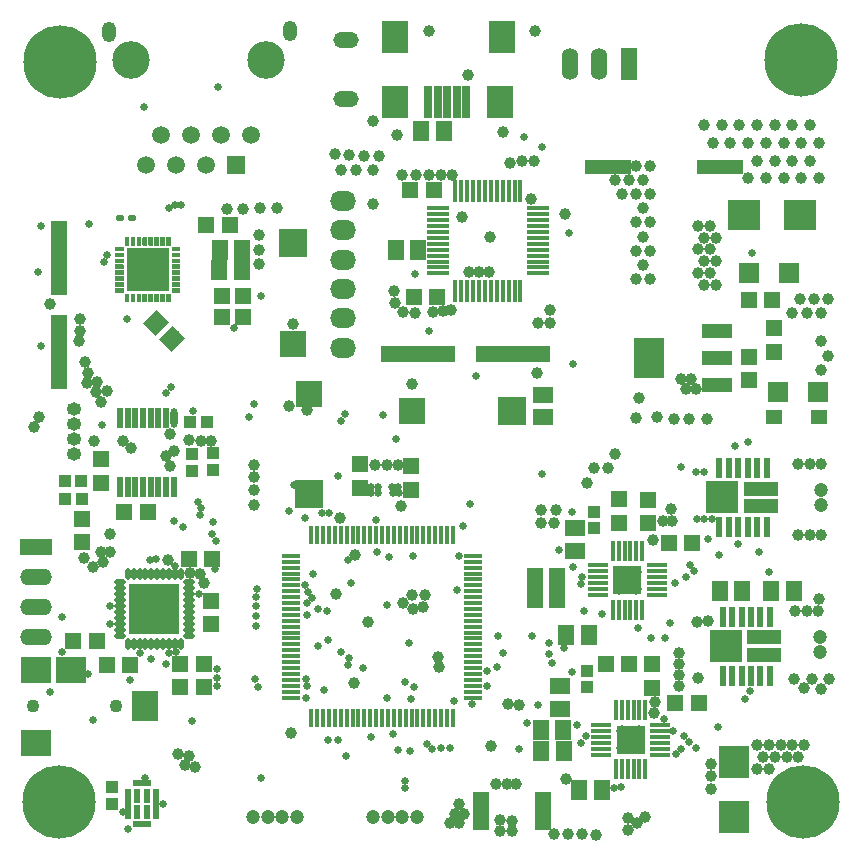
<source format=gts>
G04*
G04 #@! TF.GenerationSoftware,Altium Limited,Altium Designer,20.0.2 (26)*
G04*
G04 Layer_Color=8388736*
%FSLAX25Y25*%
%MOIN*%
G70*
G01*
G75*
%ADD74R,0.05600X0.05600*%
%ADD75R,0.05600X0.05600*%
%ADD76R,0.04100X0.04100*%
%ADD77R,0.04100X0.04100*%
%ADD78R,0.02769X0.10642*%
G04:AMPARAMS|DCode=79|XSize=27.29mil|YSize=19.81mil|CornerRadius=5.48mil|HoleSize=0mil|Usage=FLASHONLY|Rotation=180.000|XOffset=0mil|YOffset=0mil|HoleType=Round|Shape=RoundedRectangle|*
%AMROUNDEDRECTD79*
21,1,0.02729,0.00886,0,0,180.0*
21,1,0.01634,0.01981,0,0,180.0*
1,1,0.01095,-0.00817,0.00443*
1,1,0.01095,0.00817,0.00443*
1,1,0.01095,0.00817,-0.00443*
1,1,0.01095,-0.00817,-0.00443*
%
%ADD79ROUNDEDRECTD79*%
%ADD80R,0.05718X0.06506*%
%ADD81R,0.10249X0.13792*%
%ADD82R,0.10249X0.04737*%
%ADD83R,0.10642X0.09855*%
%ADD84R,0.06800X0.06800*%
%ADD85R,0.15800X0.05131*%
%ADD86R,0.05324X0.04931*%
%ADD87R,0.09855X0.10642*%
%ADD88R,0.05721X0.12611*%
%ADD89R,0.06506X0.05718*%
%ADD90R,0.11036X0.11036*%
%ADD91R,0.11430X0.05131*%
%ADD92R,0.02375X0.06706*%
%ADD93R,0.01781X0.06506*%
%ADD94R,0.06506X0.01781*%
%ADD95R,0.09655X0.09655*%
%ADD96R,0.01600X0.06407*%
%ADD97R,0.06407X0.01600*%
%ADD98R,0.09265X0.09265*%
%ADD99R,0.08674X0.08674*%
%ADD100O,0.02372X0.06506*%
%ADD101R,0.02372X0.06506*%
%ADD102R,0.09855X0.09068*%
%ADD103R,0.09855X0.08674*%
%ADD104R,0.08674X0.09855*%
%ADD105R,0.16942X0.16942*%
G04:AMPARAMS|DCode=106|XSize=41.07mil|YSize=17.84mil|CornerRadius=6.36mil|HoleSize=0mil|Usage=FLASHONLY|Rotation=90.000|XOffset=0mil|YOffset=0mil|HoleType=Round|Shape=RoundedRectangle|*
%AMROUNDEDRECTD106*
21,1,0.04107,0.00512,0,0,90.0*
21,1,0.02835,0.01784,0,0,90.0*
1,1,0.01272,0.00256,0.01417*
1,1,0.01272,0.00256,-0.01417*
1,1,0.01272,-0.00256,-0.01417*
1,1,0.01272,-0.00256,0.01417*
%
%ADD106ROUNDEDRECTD106*%
G04:AMPARAMS|DCode=107|XSize=41.07mil|YSize=17.84mil|CornerRadius=6.36mil|HoleSize=0mil|Usage=FLASHONLY|Rotation=0.000|XOffset=0mil|YOffset=0mil|HoleType=Round|Shape=RoundedRectangle|*
%AMROUNDEDRECTD107*
21,1,0.04107,0.00512,0,0,0.0*
21,1,0.02835,0.01784,0,0,0.0*
1,1,0.01272,0.01417,-0.00256*
1,1,0.01272,-0.01417,-0.00256*
1,1,0.01272,-0.01417,0.00256*
1,1,0.01272,0.01417,0.00256*
%
%ADD107ROUNDEDRECTD107*%
%ADD108R,0.02178X0.09855*%
%ADD109R,0.05918X0.02178*%
%ADD110R,0.02375X0.04540*%
%ADD111R,0.05324X0.05324*%
G04:AMPARAMS|DCode=112|XSize=57.18mil|YSize=65.06mil|CornerRadius=0mil|HoleSize=0mil|Usage=FLASHONLY|Rotation=315.000|XOffset=0mil|YOffset=0mil|HoleType=Round|Shape=Rectangle|*
%AMROTATEDRECTD112*
4,1,4,-0.04322,-0.00278,0.00278,0.04322,0.04322,0.00278,-0.00278,-0.04322,-0.04322,-0.00278,0.0*
%
%ADD112ROTATEDRECTD112*%

%ADD113R,0.05524X0.24800*%
%ADD114R,0.08674X0.10642*%
%ADD115R,0.01781X0.07293*%
%ADD116R,0.07293X0.01781*%
%ADD117R,0.24800X0.05524*%
%ADD118R,0.09265X0.09265*%
%ADD119R,0.08674X0.08674*%
%ADD120C,0.05906*%
%ADD121C,0.24422*%
%ADD122R,0.05524X0.10642*%
%ADD123O,0.05524X0.10642*%
%ADD124C,0.04737*%
%ADD125O,0.04934X0.04343*%
%ADD126C,0.04343*%
%ADD127R,0.10642X0.05524*%
%ADD128O,0.10642X0.05524*%
%ADD129R,0.05906X0.05906*%
%ADD130C,0.12520*%
%ADD131O,0.04737X0.06800*%
%ADD132O,0.08474X0.05324*%
%ADD133O,0.08674X0.06706*%
%ADD134C,0.02572*%
%ADD135C,0.03950*%
%ADD136C,0.02572*%
G36*
X11971Y199405D02*
X11981Y199404D01*
X11991Y199403D01*
X12002Y199401D01*
X12012Y199399D01*
X12021Y199396D01*
X12031Y199392D01*
X12041Y199389D01*
X12050Y199384D01*
X12059Y199379D01*
X12068Y199374D01*
X12076Y199368D01*
X12084Y199362D01*
X12092Y199355D01*
X12100Y199348D01*
X12107Y199340D01*
X12114Y199332D01*
X12120Y199324D01*
X12126Y199316D01*
X12131Y199307D01*
X12136Y199298D01*
X12140Y199289D01*
X12144Y199279D01*
X12148Y199269D01*
X12151Y199260D01*
X12153Y199250D01*
X12155Y199240D01*
X12156Y199229D01*
X12157Y199219D01*
X12157Y199209D01*
Y196689D01*
X12157Y196679D01*
X12156Y196668D01*
X12155Y196658D01*
X12153Y196648D01*
X12151Y196638D01*
X12148Y196628D01*
X12144Y196618D01*
X12140Y196609D01*
X12136Y196600D01*
X12131Y196591D01*
X12126Y196582D01*
X12120Y196573D01*
X12114Y196565D01*
X12107Y196557D01*
X12100Y196550D01*
X12092Y196543D01*
X12084Y196536D01*
X12076Y196530D01*
X12068Y196524D01*
X12059Y196519D01*
X12050Y196514D01*
X12041Y196509D01*
X12031Y196505D01*
X12021Y196502D01*
X12012Y196499D01*
X12002Y196496D01*
X11991Y196495D01*
X11981Y196493D01*
X11971Y196492D01*
X11961Y196492D01*
X10819D01*
X10809Y196492D01*
X10798Y196493D01*
X10788Y196495D01*
X10778Y196496D01*
X10768Y196499D01*
X10758Y196502D01*
X10748Y196505D01*
X10739Y196509D01*
X10729Y196514D01*
X10721Y196519D01*
X10712Y196524D01*
X10703Y196530D01*
X10695Y196536D01*
X10687Y196543D01*
X10680Y196550D01*
X10673Y196557D01*
X10666Y196565D01*
X10660Y196573D01*
X10654Y196582D01*
X10648Y196591D01*
X10644Y196600D01*
X10639Y196609D01*
X10635Y196618D01*
X10632Y196628D01*
X10629Y196638D01*
X10626Y196648D01*
X10625Y196658D01*
X10623Y196668D01*
X10622Y196679D01*
X10622Y196689D01*
Y199209D01*
X10622Y199219D01*
X10623Y199229D01*
X10625Y199240D01*
X10626Y199250D01*
X10629Y199260D01*
X10632Y199269D01*
X10635Y199279D01*
X10639Y199289D01*
X10644Y199298D01*
X10648Y199307D01*
X10654Y199316D01*
X10660Y199324D01*
X10666Y199332D01*
X10673Y199340D01*
X10680Y199348D01*
X10687Y199355D01*
X10695Y199362D01*
X10703Y199368D01*
X10712Y199374D01*
X10721Y199379D01*
X10729Y199384D01*
X10739Y199389D01*
X10748Y199392D01*
X10758Y199396D01*
X10768Y199399D01*
X10778Y199401D01*
X10788Y199403D01*
X10798Y199404D01*
X10809Y199405D01*
X10819Y199406D01*
X11961D01*
X11971Y199405D01*
D02*
G37*
G36*
X10002D02*
X10013Y199404D01*
X10023Y199403D01*
X10033Y199401D01*
X10043Y199399D01*
X10053Y199396D01*
X10063Y199392D01*
X10072Y199389D01*
X10081Y199384D01*
X10091Y199379D01*
X10099Y199374D01*
X10108Y199368D01*
X10116Y199362D01*
X10124Y199355D01*
X10131Y199348D01*
X10138Y199340D01*
X10145Y199332D01*
X10151Y199324D01*
X10157Y199316D01*
X10163Y199307D01*
X10167Y199298D01*
X10172Y199289D01*
X10176Y199279D01*
X10179Y199269D01*
X10182Y199260D01*
X10185Y199250D01*
X10187Y199240D01*
X10188Y199229D01*
X10189Y199219D01*
X10189Y199209D01*
Y196689D01*
X10189Y196679D01*
X10188Y196668D01*
X10187Y196658D01*
X10185Y196648D01*
X10182Y196638D01*
X10179Y196628D01*
X10176Y196618D01*
X10172Y196609D01*
X10167Y196600D01*
X10163Y196591D01*
X10157Y196582D01*
X10151Y196573D01*
X10145Y196565D01*
X10138Y196557D01*
X10131Y196550D01*
X10124Y196543D01*
X10116Y196536D01*
X10108Y196530D01*
X10099Y196524D01*
X10091Y196519D01*
X10081Y196514D01*
X10072Y196509D01*
X10063Y196505D01*
X10053Y196502D01*
X10043Y196499D01*
X10033Y196496D01*
X10023Y196495D01*
X10013Y196493D01*
X10002Y196492D01*
X9992Y196492D01*
X8850D01*
X8840Y196492D01*
X8830Y196493D01*
X8820Y196495D01*
X8810Y196496D01*
X8800Y196499D01*
X8790Y196502D01*
X8780Y196505D01*
X8770Y196509D01*
X8761Y196514D01*
X8752Y196519D01*
X8743Y196524D01*
X8735Y196530D01*
X8726Y196536D01*
X8719Y196543D01*
X8711Y196550D01*
X8704Y196557D01*
X8697Y196565D01*
X8691Y196573D01*
X8685Y196582D01*
X8680Y196591D01*
X8675Y196600D01*
X8671Y196609D01*
X8667Y196618D01*
X8663Y196628D01*
X8660Y196638D01*
X8658Y196648D01*
X8656Y196658D01*
X8655Y196668D01*
X8654Y196679D01*
X8653Y196689D01*
Y199209D01*
X8654Y199219D01*
X8655Y199229D01*
X8656Y199240D01*
X8658Y199250D01*
X8660Y199260D01*
X8663Y199269D01*
X8667Y199279D01*
X8671Y199289D01*
X8675Y199298D01*
X8680Y199307D01*
X8685Y199316D01*
X8691Y199324D01*
X8697Y199332D01*
X8704Y199340D01*
X8711Y199348D01*
X8719Y199355D01*
X8726Y199362D01*
X8735Y199368D01*
X8743Y199374D01*
X8752Y199379D01*
X8761Y199384D01*
X8770Y199389D01*
X8780Y199392D01*
X8790Y199396D01*
X8800Y199399D01*
X8810Y199401D01*
X8820Y199403D01*
X8830Y199404D01*
X8840Y199405D01*
X8850Y199406D01*
X9992D01*
X10002Y199405D01*
D02*
G37*
G36*
X8034D02*
X8044Y199404D01*
X8054Y199403D01*
X8065Y199401D01*
X8075Y199399D01*
X8084Y199396D01*
X8094Y199392D01*
X8104Y199389D01*
X8113Y199384D01*
X8122Y199379D01*
X8131Y199374D01*
X8139Y199368D01*
X8147Y199362D01*
X8155Y199355D01*
X8163Y199348D01*
X8170Y199340D01*
X8177Y199332D01*
X8183Y199324D01*
X8189Y199316D01*
X8194Y199307D01*
X8199Y199298D01*
X8203Y199289D01*
X8207Y199279D01*
X8211Y199269D01*
X8214Y199260D01*
X8216Y199250D01*
X8218Y199240D01*
X8219Y199229D01*
X8220Y199219D01*
X8220Y199209D01*
Y196689D01*
X8220Y196679D01*
X8219Y196668D01*
X8218Y196658D01*
X8216Y196648D01*
X8214Y196638D01*
X8211Y196628D01*
X8207Y196618D01*
X8203Y196609D01*
X8199Y196600D01*
X8194Y196591D01*
X8189Y196582D01*
X8183Y196573D01*
X8177Y196565D01*
X8170Y196557D01*
X8163Y196550D01*
X8155Y196543D01*
X8147Y196536D01*
X8139Y196530D01*
X8131Y196524D01*
X8122Y196519D01*
X8113Y196514D01*
X8104Y196509D01*
X8094Y196505D01*
X8084Y196502D01*
X8075Y196499D01*
X8065Y196496D01*
X8054Y196495D01*
X8044Y196493D01*
X8034Y196492D01*
X8024Y196492D01*
X6882D01*
X6872Y196492D01*
X6861Y196493D01*
X6851Y196495D01*
X6841Y196496D01*
X6831Y196499D01*
X6821Y196502D01*
X6811Y196505D01*
X6802Y196509D01*
X6792Y196514D01*
X6784Y196519D01*
X6775Y196524D01*
X6766Y196530D01*
X6758Y196536D01*
X6750Y196543D01*
X6743Y196550D01*
X6736Y196557D01*
X6729Y196565D01*
X6723Y196573D01*
X6717Y196582D01*
X6711Y196591D01*
X6707Y196600D01*
X6702Y196609D01*
X6698Y196618D01*
X6695Y196628D01*
X6692Y196638D01*
X6689Y196648D01*
X6688Y196658D01*
X6686Y196668D01*
X6685Y196679D01*
X6685Y196689D01*
Y199209D01*
X6685Y199219D01*
X6686Y199229D01*
X6688Y199240D01*
X6689Y199250D01*
X6692Y199260D01*
X6695Y199269D01*
X6698Y199279D01*
X6702Y199289D01*
X6707Y199298D01*
X6711Y199307D01*
X6717Y199316D01*
X6723Y199324D01*
X6729Y199332D01*
X6736Y199340D01*
X6743Y199348D01*
X6750Y199355D01*
X6758Y199362D01*
X6766Y199368D01*
X6775Y199374D01*
X6784Y199379D01*
X6792Y199384D01*
X6802Y199389D01*
X6811Y199392D01*
X6821Y199396D01*
X6831Y199399D01*
X6841Y199401D01*
X6851Y199403D01*
X6861Y199404D01*
X6872Y199405D01*
X6882Y199406D01*
X8024D01*
X8034Y199405D01*
D02*
G37*
G36*
X6065D02*
X6076Y199404D01*
X6086Y199403D01*
X6096Y199401D01*
X6106Y199399D01*
X6116Y199396D01*
X6126Y199392D01*
X6135Y199389D01*
X6145Y199384D01*
X6154Y199379D01*
X6162Y199374D01*
X6171Y199368D01*
X6179Y199362D01*
X6187Y199355D01*
X6194Y199348D01*
X6201Y199340D01*
X6208Y199332D01*
X6214Y199324D01*
X6220Y199316D01*
X6226Y199307D01*
X6230Y199298D01*
X6235Y199289D01*
X6239Y199279D01*
X6242Y199269D01*
X6245Y199260D01*
X6248Y199250D01*
X6250Y199240D01*
X6251Y199229D01*
X6252Y199219D01*
X6252Y199209D01*
Y196689D01*
X6252Y196679D01*
X6251Y196668D01*
X6250Y196658D01*
X6248Y196648D01*
X6245Y196638D01*
X6242Y196628D01*
X6239Y196618D01*
X6235Y196609D01*
X6230Y196600D01*
X6226Y196591D01*
X6220Y196582D01*
X6214Y196573D01*
X6208Y196565D01*
X6201Y196557D01*
X6194Y196550D01*
X6187Y196543D01*
X6179Y196536D01*
X6171Y196530D01*
X6162Y196524D01*
X6154Y196519D01*
X6145Y196514D01*
X6135Y196509D01*
X6126Y196505D01*
X6116Y196502D01*
X6106Y196499D01*
X6096Y196496D01*
X6086Y196495D01*
X6076Y196493D01*
X6065Y196492D01*
X6055Y196492D01*
X4913D01*
X4903Y196492D01*
X4893Y196493D01*
X4883Y196495D01*
X4873Y196496D01*
X4862Y196499D01*
X4853Y196502D01*
X4843Y196505D01*
X4833Y196509D01*
X4824Y196514D01*
X4815Y196519D01*
X4806Y196524D01*
X4798Y196530D01*
X4789Y196536D01*
X4782Y196543D01*
X4774Y196550D01*
X4767Y196557D01*
X4760Y196565D01*
X4754Y196573D01*
X4748Y196582D01*
X4743Y196591D01*
X4738Y196600D01*
X4734Y196609D01*
X4730Y196618D01*
X4726Y196628D01*
X4723Y196638D01*
X4721Y196648D01*
X4719Y196658D01*
X4718Y196668D01*
X4717Y196679D01*
X4716Y196689D01*
Y199209D01*
X4717Y199219D01*
X4718Y199229D01*
X4719Y199240D01*
X4721Y199250D01*
X4723Y199260D01*
X4726Y199269D01*
X4730Y199279D01*
X4734Y199289D01*
X4738Y199298D01*
X4743Y199307D01*
X4748Y199316D01*
X4754Y199324D01*
X4760Y199332D01*
X4767Y199340D01*
X4774Y199348D01*
X4782Y199355D01*
X4789Y199362D01*
X4798Y199368D01*
X4806Y199374D01*
X4815Y199379D01*
X4824Y199384D01*
X4833Y199389D01*
X4843Y199392D01*
X4853Y199396D01*
X4862Y199399D01*
X4873Y199401D01*
X4883Y199403D01*
X4893Y199404D01*
X4903Y199405D01*
X4913Y199406D01*
X6055D01*
X6065Y199405D01*
D02*
G37*
G36*
X4097D02*
X4107Y199404D01*
X4117Y199403D01*
X4127Y199401D01*
X4138Y199399D01*
X4147Y199396D01*
X4157Y199392D01*
X4167Y199389D01*
X4176Y199384D01*
X4185Y199379D01*
X4194Y199374D01*
X4202Y199368D01*
X4211Y199362D01*
X4218Y199355D01*
X4226Y199348D01*
X4233Y199340D01*
X4240Y199332D01*
X4246Y199324D01*
X4252Y199316D01*
X4257Y199307D01*
X4262Y199298D01*
X4266Y199289D01*
X4270Y199279D01*
X4274Y199269D01*
X4277Y199260D01*
X4279Y199250D01*
X4281Y199240D01*
X4282Y199229D01*
X4283Y199219D01*
X4284Y199209D01*
Y196689D01*
X4283Y196679D01*
X4282Y196668D01*
X4281Y196658D01*
X4279Y196648D01*
X4277Y196638D01*
X4274Y196628D01*
X4270Y196618D01*
X4266Y196609D01*
X4262Y196600D01*
X4257Y196591D01*
X4252Y196582D01*
X4246Y196573D01*
X4240Y196565D01*
X4233Y196557D01*
X4226Y196550D01*
X4218Y196543D01*
X4211Y196536D01*
X4202Y196530D01*
X4194Y196524D01*
X4185Y196519D01*
X4176Y196514D01*
X4167Y196509D01*
X4157Y196505D01*
X4147Y196502D01*
X4138Y196499D01*
X4127Y196496D01*
X4117Y196495D01*
X4107Y196493D01*
X4097Y196492D01*
X4087Y196492D01*
X2945D01*
X2935Y196492D01*
X2924Y196493D01*
X2914Y196495D01*
X2904Y196496D01*
X2894Y196499D01*
X2884Y196502D01*
X2874Y196505D01*
X2865Y196509D01*
X2856Y196514D01*
X2847Y196519D01*
X2838Y196524D01*
X2829Y196530D01*
X2821Y196536D01*
X2813Y196543D01*
X2806Y196550D01*
X2799Y196557D01*
X2792Y196565D01*
X2786Y196573D01*
X2780Y196582D01*
X2774Y196591D01*
X2770Y196600D01*
X2765Y196609D01*
X2761Y196618D01*
X2758Y196628D01*
X2755Y196638D01*
X2752Y196648D01*
X2750Y196658D01*
X2749Y196668D01*
X2748Y196679D01*
X2748Y196689D01*
Y199209D01*
X2748Y199219D01*
X2749Y199229D01*
X2750Y199240D01*
X2752Y199250D01*
X2755Y199260D01*
X2758Y199269D01*
X2761Y199279D01*
X2765Y199289D01*
X2770Y199298D01*
X2774Y199307D01*
X2780Y199316D01*
X2786Y199324D01*
X2792Y199332D01*
X2799Y199340D01*
X2806Y199348D01*
X2813Y199355D01*
X2821Y199362D01*
X2829Y199368D01*
X2838Y199374D01*
X2847Y199379D01*
X2856Y199384D01*
X2865Y199389D01*
X2874Y199392D01*
X2884Y199396D01*
X2894Y199399D01*
X2904Y199401D01*
X2914Y199403D01*
X2924Y199404D01*
X2935Y199405D01*
X2945Y199406D01*
X4087D01*
X4097Y199405D01*
D02*
G37*
G36*
X2128D02*
X2139Y199404D01*
X2149Y199403D01*
X2159Y199401D01*
X2169Y199399D01*
X2179Y199396D01*
X2189Y199392D01*
X2198Y199389D01*
X2207Y199384D01*
X2217Y199379D01*
X2225Y199374D01*
X2234Y199368D01*
X2242Y199362D01*
X2250Y199355D01*
X2257Y199348D01*
X2264Y199340D01*
X2271Y199332D01*
X2277Y199324D01*
X2283Y199316D01*
X2289Y199307D01*
X2293Y199298D01*
X2298Y199289D01*
X2302Y199279D01*
X2305Y199269D01*
X2308Y199260D01*
X2311Y199250D01*
X2313Y199240D01*
X2314Y199229D01*
X2315Y199219D01*
X2315Y199209D01*
Y196689D01*
X2315Y196679D01*
X2314Y196668D01*
X2313Y196658D01*
X2311Y196648D01*
X2308Y196638D01*
X2305Y196628D01*
X2302Y196618D01*
X2298Y196609D01*
X2293Y196600D01*
X2289Y196591D01*
X2283Y196582D01*
X2277Y196573D01*
X2271Y196565D01*
X2264Y196557D01*
X2257Y196550D01*
X2250Y196543D01*
X2242Y196536D01*
X2234Y196530D01*
X2225Y196524D01*
X2217Y196519D01*
X2207Y196514D01*
X2198Y196509D01*
X2189Y196505D01*
X2179Y196502D01*
X2169Y196499D01*
X2159Y196496D01*
X2149Y196495D01*
X2139Y196493D01*
X2128Y196492D01*
X2118Y196492D01*
X976D01*
X966Y196492D01*
X956Y196493D01*
X946Y196495D01*
X935Y196496D01*
X925Y196499D01*
X915Y196502D01*
X906Y196505D01*
X896Y196509D01*
X887Y196514D01*
X878Y196519D01*
X869Y196524D01*
X861Y196530D01*
X852Y196536D01*
X845Y196543D01*
X837Y196550D01*
X830Y196557D01*
X823Y196565D01*
X817Y196573D01*
X811Y196582D01*
X806Y196591D01*
X801Y196600D01*
X797Y196609D01*
X793Y196618D01*
X789Y196628D01*
X786Y196638D01*
X784Y196648D01*
X782Y196658D01*
X781Y196668D01*
X780Y196679D01*
X779Y196689D01*
Y199209D01*
X780Y199219D01*
X781Y199229D01*
X782Y199240D01*
X784Y199250D01*
X786Y199260D01*
X789Y199269D01*
X793Y199279D01*
X797Y199289D01*
X801Y199298D01*
X806Y199307D01*
X811Y199316D01*
X817Y199324D01*
X823Y199332D01*
X830Y199340D01*
X837Y199348D01*
X845Y199355D01*
X852Y199362D01*
X861Y199368D01*
X869Y199374D01*
X878Y199379D01*
X887Y199384D01*
X896Y199389D01*
X906Y199392D01*
X915Y199396D01*
X925Y199399D01*
X935Y199401D01*
X946Y199403D01*
X956Y199404D01*
X966Y199405D01*
X976Y199406D01*
X2118D01*
X2128Y199405D01*
D02*
G37*
G36*
X160D02*
X170Y199404D01*
X180Y199403D01*
X190Y199401D01*
X201Y199399D01*
X210Y199396D01*
X220Y199392D01*
X230Y199389D01*
X239Y199384D01*
X248Y199379D01*
X257Y199374D01*
X265Y199368D01*
X274Y199362D01*
X281Y199355D01*
X289Y199348D01*
X296Y199340D01*
X303Y199332D01*
X309Y199324D01*
X315Y199316D01*
X320Y199307D01*
X325Y199298D01*
X329Y199289D01*
X333Y199279D01*
X337Y199269D01*
X340Y199260D01*
X342Y199250D01*
X344Y199240D01*
X345Y199229D01*
X346Y199219D01*
X347Y199209D01*
Y196689D01*
X346Y196679D01*
X345Y196668D01*
X344Y196658D01*
X342Y196648D01*
X340Y196638D01*
X337Y196628D01*
X333Y196618D01*
X329Y196609D01*
X325Y196600D01*
X320Y196591D01*
X315Y196582D01*
X309Y196573D01*
X303Y196565D01*
X296Y196557D01*
X289Y196550D01*
X281Y196543D01*
X274Y196536D01*
X265Y196530D01*
X257Y196524D01*
X248Y196519D01*
X239Y196514D01*
X230Y196509D01*
X220Y196505D01*
X210Y196502D01*
X201Y196499D01*
X190Y196496D01*
X180Y196495D01*
X170Y196493D01*
X160Y196492D01*
X150Y196492D01*
X-992D01*
X-1002Y196492D01*
X-1013Y196493D01*
X-1023Y196495D01*
X-1033Y196496D01*
X-1043Y196499D01*
X-1053Y196502D01*
X-1063Y196505D01*
X-1072Y196509D01*
X-1082Y196514D01*
X-1091Y196519D01*
X-1099Y196524D01*
X-1108Y196530D01*
X-1116Y196536D01*
X-1124Y196543D01*
X-1131Y196550D01*
X-1138Y196557D01*
X-1145Y196565D01*
X-1151Y196573D01*
X-1157Y196582D01*
X-1163Y196591D01*
X-1168Y196600D01*
X-1172Y196609D01*
X-1176Y196618D01*
X-1179Y196628D01*
X-1182Y196638D01*
X-1185Y196648D01*
X-1187Y196658D01*
X-1188Y196668D01*
X-1189Y196679D01*
X-1189Y196689D01*
Y199209D01*
X-1189Y199219D01*
X-1188Y199229D01*
X-1187Y199240D01*
X-1185Y199250D01*
X-1182Y199260D01*
X-1179Y199269D01*
X-1176Y199279D01*
X-1172Y199289D01*
X-1168Y199298D01*
X-1163Y199307D01*
X-1157Y199316D01*
X-1151Y199324D01*
X-1145Y199332D01*
X-1138Y199340D01*
X-1131Y199348D01*
X-1124Y199355D01*
X-1116Y199362D01*
X-1108Y199368D01*
X-1099Y199374D01*
X-1091Y199379D01*
X-1082Y199384D01*
X-1072Y199389D01*
X-1063Y199392D01*
X-1053Y199396D01*
X-1043Y199399D01*
X-1033Y199401D01*
X-1023Y199403D01*
X-1013Y199404D01*
X-1002Y199405D01*
X-992Y199406D01*
X150D01*
X160Y199405D01*
D02*
G37*
G36*
X-1809D02*
X-1798Y199404D01*
X-1788Y199403D01*
X-1778Y199401D01*
X-1768Y199399D01*
X-1758Y199396D01*
X-1748Y199392D01*
X-1739Y199389D01*
X-1729Y199384D01*
X-1720Y199379D01*
X-1712Y199374D01*
X-1703Y199368D01*
X-1695Y199362D01*
X-1687Y199355D01*
X-1680Y199348D01*
X-1673Y199340D01*
X-1666Y199332D01*
X-1660Y199324D01*
X-1654Y199316D01*
X-1648Y199307D01*
X-1643Y199298D01*
X-1639Y199289D01*
X-1635Y199279D01*
X-1632Y199269D01*
X-1629Y199260D01*
X-1626Y199250D01*
X-1625Y199240D01*
X-1623Y199229D01*
X-1622Y199219D01*
X-1622Y199209D01*
Y196689D01*
X-1622Y196679D01*
X-1623Y196668D01*
X-1625Y196658D01*
X-1626Y196648D01*
X-1629Y196638D01*
X-1632Y196628D01*
X-1635Y196618D01*
X-1639Y196609D01*
X-1643Y196600D01*
X-1648Y196591D01*
X-1654Y196582D01*
X-1660Y196573D01*
X-1666Y196565D01*
X-1673Y196557D01*
X-1680Y196550D01*
X-1687Y196543D01*
X-1695Y196536D01*
X-1703Y196530D01*
X-1712Y196524D01*
X-1720Y196519D01*
X-1729Y196514D01*
X-1739Y196509D01*
X-1748Y196505D01*
X-1758Y196502D01*
X-1768Y196499D01*
X-1778Y196496D01*
X-1788Y196495D01*
X-1798Y196493D01*
X-1809Y196492D01*
X-1819Y196492D01*
X-2961D01*
X-2971Y196492D01*
X-2981Y196493D01*
X-2991Y196495D01*
X-3002Y196496D01*
X-3012Y196499D01*
X-3022Y196502D01*
X-3031Y196505D01*
X-3041Y196509D01*
X-3050Y196514D01*
X-3059Y196519D01*
X-3068Y196524D01*
X-3076Y196530D01*
X-3084Y196536D01*
X-3092Y196543D01*
X-3100Y196550D01*
X-3107Y196557D01*
X-3114Y196565D01*
X-3120Y196573D01*
X-3126Y196582D01*
X-3131Y196591D01*
X-3136Y196600D01*
X-3140Y196609D01*
X-3144Y196618D01*
X-3148Y196628D01*
X-3151Y196638D01*
X-3153Y196648D01*
X-3155Y196658D01*
X-3156Y196668D01*
X-3157Y196679D01*
X-3158Y196689D01*
Y199209D01*
X-3157Y199219D01*
X-3156Y199229D01*
X-3155Y199240D01*
X-3153Y199250D01*
X-3151Y199260D01*
X-3148Y199269D01*
X-3144Y199279D01*
X-3140Y199289D01*
X-3136Y199298D01*
X-3131Y199307D01*
X-3126Y199316D01*
X-3120Y199324D01*
X-3114Y199332D01*
X-3107Y199340D01*
X-3100Y199348D01*
X-3092Y199355D01*
X-3084Y199362D01*
X-3076Y199368D01*
X-3068Y199374D01*
X-3059Y199379D01*
X-3050Y199384D01*
X-3041Y199389D01*
X-3031Y199392D01*
X-3022Y199396D01*
X-3012Y199399D01*
X-3002Y199401D01*
X-2991Y199403D01*
X-2981Y199404D01*
X-2971Y199405D01*
X-2961Y199406D01*
X-1819D01*
X-1809Y199405D01*
D02*
G37*
G36*
X15219Y196157D02*
X15229Y196156D01*
X15239Y196155D01*
X15250Y196153D01*
X15260Y196151D01*
X15270Y196148D01*
X15279Y196144D01*
X15289Y196141D01*
X15298Y196136D01*
X15307Y196131D01*
X15316Y196126D01*
X15324Y196120D01*
X15333Y196114D01*
X15340Y196107D01*
X15348Y196100D01*
X15355Y196092D01*
X15362Y196084D01*
X15368Y196076D01*
X15374Y196068D01*
X15379Y196059D01*
X15384Y196050D01*
X15389Y196041D01*
X15392Y196031D01*
X15396Y196021D01*
X15399Y196012D01*
X15401Y196002D01*
X15403Y195991D01*
X15404Y195981D01*
X15405Y195971D01*
X15405Y195961D01*
Y194819D01*
X15405Y194809D01*
X15404Y194798D01*
X15403Y194788D01*
X15401Y194778D01*
X15399Y194768D01*
X15396Y194758D01*
X15392Y194748D01*
X15389Y194739D01*
X15384Y194729D01*
X15379Y194720D01*
X15374Y194712D01*
X15368Y194703D01*
X15362Y194695D01*
X15355Y194687D01*
X15348Y194680D01*
X15340Y194673D01*
X15333Y194666D01*
X15324Y194660D01*
X15316Y194654D01*
X15307Y194648D01*
X15298Y194643D01*
X15289Y194639D01*
X15279Y194635D01*
X15270Y194632D01*
X15260Y194629D01*
X15250Y194626D01*
X15239Y194624D01*
X15229Y194623D01*
X15219Y194622D01*
X15209Y194622D01*
X12689D01*
X12679Y194622D01*
X12668Y194623D01*
X12658Y194624D01*
X12648Y194626D01*
X12638Y194629D01*
X12628Y194632D01*
X12618Y194635D01*
X12609Y194639D01*
X12600Y194643D01*
X12591Y194648D01*
X12582Y194654D01*
X12573Y194660D01*
X12565Y194666D01*
X12557Y194673D01*
X12550Y194680D01*
X12543Y194687D01*
X12536Y194695D01*
X12530Y194703D01*
X12524Y194712D01*
X12518Y194720D01*
X12514Y194729D01*
X12509Y194739D01*
X12505Y194748D01*
X12502Y194758D01*
X12499Y194768D01*
X12496Y194778D01*
X12494Y194788D01*
X12493Y194798D01*
X12492Y194809D01*
X12492Y194819D01*
Y195961D01*
X12492Y195971D01*
X12493Y195981D01*
X12494Y195991D01*
X12496Y196002D01*
X12499Y196012D01*
X12502Y196021D01*
X12505Y196031D01*
X12509Y196041D01*
X12514Y196050D01*
X12518Y196059D01*
X12524Y196068D01*
X12530Y196076D01*
X12536Y196084D01*
X12543Y196092D01*
X12550Y196100D01*
X12557Y196107D01*
X12565Y196114D01*
X12573Y196120D01*
X12582Y196126D01*
X12591Y196131D01*
X12600Y196136D01*
X12609Y196141D01*
X12618Y196144D01*
X12628Y196148D01*
X12638Y196151D01*
X12648Y196153D01*
X12658Y196155D01*
X12668Y196156D01*
X12679Y196157D01*
X12689Y196158D01*
X15209D01*
X15219Y196157D01*
D02*
G37*
G36*
X-3679D02*
X-3668Y196156D01*
X-3658Y196155D01*
X-3648Y196153D01*
X-3638Y196151D01*
X-3628Y196148D01*
X-3618Y196144D01*
X-3609Y196141D01*
X-3600Y196136D01*
X-3591Y196131D01*
X-3582Y196126D01*
X-3573Y196120D01*
X-3565Y196114D01*
X-3557Y196107D01*
X-3550Y196100D01*
X-3543Y196092D01*
X-3536Y196084D01*
X-3530Y196076D01*
X-3524Y196068D01*
X-3519Y196059D01*
X-3514Y196050D01*
X-3509Y196041D01*
X-3505Y196031D01*
X-3502Y196021D01*
X-3499Y196012D01*
X-3496Y196002D01*
X-3495Y195991D01*
X-3493Y195981D01*
X-3492Y195971D01*
X-3492Y195961D01*
Y194819D01*
X-3492Y194809D01*
X-3493Y194798D01*
X-3495Y194788D01*
X-3496Y194778D01*
X-3499Y194768D01*
X-3502Y194758D01*
X-3505Y194748D01*
X-3509Y194739D01*
X-3514Y194729D01*
X-3519Y194720D01*
X-3524Y194712D01*
X-3530Y194703D01*
X-3536Y194695D01*
X-3543Y194687D01*
X-3550Y194680D01*
X-3557Y194673D01*
X-3565Y194666D01*
X-3573Y194660D01*
X-3582Y194654D01*
X-3591Y194648D01*
X-3600Y194643D01*
X-3609Y194639D01*
X-3618Y194635D01*
X-3628Y194632D01*
X-3638Y194629D01*
X-3648Y194626D01*
X-3658Y194624D01*
X-3668Y194623D01*
X-3679Y194622D01*
X-3689Y194622D01*
X-6209D01*
X-6219Y194622D01*
X-6229Y194623D01*
X-6239Y194624D01*
X-6250Y194626D01*
X-6260Y194629D01*
X-6269Y194632D01*
X-6279Y194635D01*
X-6289Y194639D01*
X-6298Y194643D01*
X-6307Y194648D01*
X-6316Y194654D01*
X-6324Y194660D01*
X-6333Y194666D01*
X-6340Y194673D01*
X-6348Y194680D01*
X-6355Y194687D01*
X-6362Y194695D01*
X-6368Y194703D01*
X-6374Y194712D01*
X-6379Y194720D01*
X-6384Y194729D01*
X-6389Y194739D01*
X-6392Y194748D01*
X-6396Y194758D01*
X-6399Y194768D01*
X-6401Y194778D01*
X-6403Y194788D01*
X-6404Y194798D01*
X-6405Y194809D01*
X-6406Y194819D01*
Y195961D01*
X-6405Y195971D01*
X-6404Y195981D01*
X-6403Y195991D01*
X-6401Y196002D01*
X-6399Y196012D01*
X-6396Y196021D01*
X-6392Y196031D01*
X-6389Y196041D01*
X-6384Y196050D01*
X-6379Y196059D01*
X-6374Y196068D01*
X-6368Y196076D01*
X-6362Y196084D01*
X-6355Y196092D01*
X-6348Y196100D01*
X-6340Y196107D01*
X-6333Y196114D01*
X-6324Y196120D01*
X-6316Y196126D01*
X-6307Y196131D01*
X-6298Y196136D01*
X-6289Y196141D01*
X-6279Y196144D01*
X-6269Y196148D01*
X-6260Y196151D01*
X-6250Y196153D01*
X-6239Y196155D01*
X-6229Y196156D01*
X-6219Y196157D01*
X-6209Y196158D01*
X-3689D01*
X-3679Y196157D01*
D02*
G37*
G36*
X15219Y194189D02*
X15229Y194188D01*
X15239Y194187D01*
X15250Y194185D01*
X15260Y194182D01*
X15270Y194179D01*
X15279Y194176D01*
X15289Y194172D01*
X15298Y194167D01*
X15307Y194163D01*
X15316Y194157D01*
X15324Y194151D01*
X15333Y194145D01*
X15340Y194138D01*
X15348Y194131D01*
X15355Y194124D01*
X15362Y194116D01*
X15368Y194108D01*
X15374Y194099D01*
X15379Y194091D01*
X15384Y194081D01*
X15389Y194072D01*
X15392Y194063D01*
X15396Y194053D01*
X15399Y194043D01*
X15401Y194033D01*
X15403Y194023D01*
X15404Y194013D01*
X15405Y194002D01*
X15405Y193992D01*
Y192850D01*
X15405Y192840D01*
X15404Y192830D01*
X15403Y192820D01*
X15401Y192809D01*
X15399Y192799D01*
X15396Y192790D01*
X15392Y192780D01*
X15389Y192770D01*
X15384Y192761D01*
X15379Y192752D01*
X15374Y192743D01*
X15368Y192735D01*
X15362Y192727D01*
X15355Y192719D01*
X15348Y192711D01*
X15340Y192704D01*
X15333Y192697D01*
X15324Y192691D01*
X15316Y192685D01*
X15307Y192680D01*
X15298Y192675D01*
X15289Y192671D01*
X15279Y192667D01*
X15270Y192663D01*
X15260Y192660D01*
X15250Y192658D01*
X15239Y192656D01*
X15229Y192655D01*
X15219Y192654D01*
X15209Y192654D01*
X12689D01*
X12679Y192654D01*
X12668Y192655D01*
X12658Y192656D01*
X12648Y192658D01*
X12638Y192660D01*
X12628Y192663D01*
X12618Y192667D01*
X12609Y192671D01*
X12600Y192675D01*
X12591Y192680D01*
X12582Y192685D01*
X12573Y192691D01*
X12565Y192697D01*
X12557Y192704D01*
X12550Y192711D01*
X12543Y192719D01*
X12536Y192727D01*
X12530Y192735D01*
X12524Y192743D01*
X12518Y192752D01*
X12514Y192761D01*
X12509Y192770D01*
X12505Y192780D01*
X12502Y192790D01*
X12499Y192799D01*
X12496Y192809D01*
X12494Y192820D01*
X12493Y192830D01*
X12492Y192840D01*
X12492Y192850D01*
Y193992D01*
X12492Y194002D01*
X12493Y194013D01*
X12494Y194023D01*
X12496Y194033D01*
X12499Y194043D01*
X12502Y194053D01*
X12505Y194063D01*
X12509Y194072D01*
X12514Y194081D01*
X12518Y194091D01*
X12524Y194099D01*
X12530Y194108D01*
X12536Y194116D01*
X12543Y194124D01*
X12550Y194131D01*
X12557Y194138D01*
X12565Y194145D01*
X12573Y194151D01*
X12582Y194157D01*
X12591Y194163D01*
X12600Y194167D01*
X12609Y194172D01*
X12618Y194176D01*
X12628Y194179D01*
X12638Y194182D01*
X12648Y194185D01*
X12658Y194187D01*
X12668Y194188D01*
X12679Y194189D01*
X12689Y194189D01*
X15209D01*
X15219Y194189D01*
D02*
G37*
G36*
X-3679D02*
X-3668Y194188D01*
X-3658Y194187D01*
X-3648Y194185D01*
X-3638Y194182D01*
X-3628Y194179D01*
X-3618Y194176D01*
X-3609Y194172D01*
X-3600Y194167D01*
X-3591Y194163D01*
X-3582Y194157D01*
X-3573Y194151D01*
X-3565Y194145D01*
X-3557Y194138D01*
X-3550Y194131D01*
X-3543Y194124D01*
X-3536Y194116D01*
X-3530Y194108D01*
X-3524Y194099D01*
X-3519Y194091D01*
X-3514Y194081D01*
X-3509Y194072D01*
X-3505Y194063D01*
X-3502Y194053D01*
X-3499Y194043D01*
X-3496Y194033D01*
X-3495Y194023D01*
X-3493Y194013D01*
X-3492Y194002D01*
X-3492Y193992D01*
Y192850D01*
X-3492Y192840D01*
X-3493Y192830D01*
X-3495Y192820D01*
X-3496Y192809D01*
X-3499Y192799D01*
X-3502Y192790D01*
X-3505Y192780D01*
X-3509Y192770D01*
X-3514Y192761D01*
X-3519Y192752D01*
X-3524Y192743D01*
X-3530Y192735D01*
X-3536Y192727D01*
X-3543Y192719D01*
X-3550Y192711D01*
X-3557Y192704D01*
X-3565Y192697D01*
X-3573Y192691D01*
X-3582Y192685D01*
X-3591Y192680D01*
X-3600Y192675D01*
X-3609Y192671D01*
X-3618Y192667D01*
X-3628Y192663D01*
X-3638Y192660D01*
X-3648Y192658D01*
X-3658Y192656D01*
X-3668Y192655D01*
X-3679Y192654D01*
X-3689Y192654D01*
X-6209D01*
X-6219Y192654D01*
X-6229Y192655D01*
X-6239Y192656D01*
X-6250Y192658D01*
X-6260Y192660D01*
X-6269Y192663D01*
X-6279Y192667D01*
X-6289Y192671D01*
X-6298Y192675D01*
X-6307Y192680D01*
X-6316Y192685D01*
X-6324Y192691D01*
X-6333Y192697D01*
X-6340Y192704D01*
X-6348Y192711D01*
X-6355Y192719D01*
X-6362Y192727D01*
X-6368Y192735D01*
X-6374Y192743D01*
X-6379Y192752D01*
X-6384Y192761D01*
X-6389Y192770D01*
X-6392Y192780D01*
X-6396Y192790D01*
X-6399Y192799D01*
X-6401Y192809D01*
X-6403Y192820D01*
X-6404Y192830D01*
X-6405Y192840D01*
X-6406Y192850D01*
Y193992D01*
X-6405Y194002D01*
X-6404Y194013D01*
X-6403Y194023D01*
X-6401Y194033D01*
X-6399Y194043D01*
X-6396Y194053D01*
X-6392Y194063D01*
X-6389Y194072D01*
X-6384Y194081D01*
X-6379Y194091D01*
X-6374Y194099D01*
X-6368Y194108D01*
X-6362Y194116D01*
X-6355Y194124D01*
X-6348Y194131D01*
X-6340Y194138D01*
X-6333Y194145D01*
X-6324Y194151D01*
X-6316Y194157D01*
X-6307Y194163D01*
X-6298Y194167D01*
X-6289Y194172D01*
X-6279Y194176D01*
X-6269Y194179D01*
X-6260Y194182D01*
X-6250Y194185D01*
X-6239Y194187D01*
X-6229Y194188D01*
X-6219Y194189D01*
X-6209Y194189D01*
X-3689D01*
X-3679Y194189D01*
D02*
G37*
G36*
X15219Y192220D02*
X15229Y192219D01*
X15239Y192218D01*
X15250Y192216D01*
X15260Y192214D01*
X15270Y192211D01*
X15279Y192207D01*
X15289Y192203D01*
X15298Y192199D01*
X15307Y192194D01*
X15316Y192189D01*
X15324Y192183D01*
X15333Y192177D01*
X15340Y192170D01*
X15348Y192163D01*
X15355Y192155D01*
X15362Y192148D01*
X15368Y192139D01*
X15374Y192131D01*
X15379Y192122D01*
X15384Y192113D01*
X15389Y192104D01*
X15392Y192094D01*
X15396Y192084D01*
X15399Y192075D01*
X15401Y192065D01*
X15403Y192054D01*
X15404Y192044D01*
X15405Y192034D01*
X15405Y192024D01*
Y190882D01*
X15405Y190872D01*
X15404Y190861D01*
X15403Y190851D01*
X15401Y190841D01*
X15399Y190831D01*
X15396Y190821D01*
X15392Y190811D01*
X15389Y190802D01*
X15384Y190793D01*
X15379Y190784D01*
X15374Y190775D01*
X15368Y190766D01*
X15362Y190758D01*
X15355Y190750D01*
X15348Y190743D01*
X15340Y190736D01*
X15333Y190729D01*
X15324Y190723D01*
X15316Y190717D01*
X15307Y190711D01*
X15298Y190707D01*
X15289Y190702D01*
X15279Y190698D01*
X15270Y190695D01*
X15260Y190692D01*
X15250Y190689D01*
X15239Y190688D01*
X15229Y190686D01*
X15219Y190685D01*
X15209Y190685D01*
X12689D01*
X12679Y190685D01*
X12668Y190686D01*
X12658Y190688D01*
X12648Y190689D01*
X12638Y190692D01*
X12628Y190695D01*
X12618Y190698D01*
X12609Y190702D01*
X12600Y190707D01*
X12591Y190711D01*
X12582Y190717D01*
X12573Y190723D01*
X12565Y190729D01*
X12557Y190736D01*
X12550Y190743D01*
X12543Y190750D01*
X12536Y190758D01*
X12530Y190766D01*
X12524Y190775D01*
X12518Y190784D01*
X12514Y190793D01*
X12509Y190802D01*
X12505Y190811D01*
X12502Y190821D01*
X12499Y190831D01*
X12496Y190841D01*
X12494Y190851D01*
X12493Y190861D01*
X12492Y190872D01*
X12492Y190882D01*
Y192024D01*
X12492Y192034D01*
X12493Y192044D01*
X12494Y192054D01*
X12496Y192065D01*
X12499Y192075D01*
X12502Y192084D01*
X12505Y192094D01*
X12509Y192104D01*
X12514Y192113D01*
X12518Y192122D01*
X12524Y192131D01*
X12530Y192139D01*
X12536Y192148D01*
X12543Y192155D01*
X12550Y192163D01*
X12557Y192170D01*
X12565Y192177D01*
X12573Y192183D01*
X12582Y192189D01*
X12591Y192194D01*
X12600Y192199D01*
X12609Y192203D01*
X12618Y192207D01*
X12628Y192211D01*
X12638Y192214D01*
X12648Y192216D01*
X12658Y192218D01*
X12668Y192219D01*
X12679Y192220D01*
X12689Y192220D01*
X15209D01*
X15219Y192220D01*
D02*
G37*
G36*
X-3679D02*
X-3668Y192219D01*
X-3658Y192218D01*
X-3648Y192216D01*
X-3638Y192214D01*
X-3628Y192211D01*
X-3618Y192207D01*
X-3609Y192203D01*
X-3600Y192199D01*
X-3591Y192194D01*
X-3582Y192189D01*
X-3573Y192183D01*
X-3565Y192177D01*
X-3557Y192170D01*
X-3550Y192163D01*
X-3543Y192155D01*
X-3536Y192148D01*
X-3530Y192139D01*
X-3524Y192131D01*
X-3519Y192122D01*
X-3514Y192113D01*
X-3509Y192104D01*
X-3505Y192094D01*
X-3502Y192084D01*
X-3499Y192075D01*
X-3496Y192065D01*
X-3495Y192054D01*
X-3493Y192044D01*
X-3492Y192034D01*
X-3492Y192024D01*
Y190882D01*
X-3492Y190872D01*
X-3493Y190861D01*
X-3495Y190851D01*
X-3496Y190841D01*
X-3499Y190831D01*
X-3502Y190821D01*
X-3505Y190811D01*
X-3509Y190802D01*
X-3514Y190793D01*
X-3519Y190784D01*
X-3524Y190775D01*
X-3530Y190766D01*
X-3536Y190758D01*
X-3543Y190750D01*
X-3550Y190743D01*
X-3557Y190736D01*
X-3565Y190729D01*
X-3573Y190723D01*
X-3582Y190717D01*
X-3591Y190711D01*
X-3600Y190707D01*
X-3609Y190702D01*
X-3618Y190698D01*
X-3628Y190695D01*
X-3638Y190692D01*
X-3648Y190689D01*
X-3658Y190688D01*
X-3668Y190686D01*
X-3679Y190685D01*
X-3689Y190685D01*
X-6209D01*
X-6219Y190685D01*
X-6229Y190686D01*
X-6239Y190688D01*
X-6250Y190689D01*
X-6260Y190692D01*
X-6269Y190695D01*
X-6279Y190698D01*
X-6289Y190702D01*
X-6298Y190707D01*
X-6307Y190711D01*
X-6316Y190717D01*
X-6324Y190723D01*
X-6333Y190729D01*
X-6340Y190736D01*
X-6348Y190743D01*
X-6355Y190750D01*
X-6362Y190758D01*
X-6368Y190766D01*
X-6374Y190775D01*
X-6379Y190784D01*
X-6384Y190793D01*
X-6389Y190802D01*
X-6392Y190811D01*
X-6396Y190821D01*
X-6399Y190831D01*
X-6401Y190841D01*
X-6403Y190851D01*
X-6404Y190861D01*
X-6405Y190872D01*
X-6406Y190882D01*
Y192024D01*
X-6405Y192034D01*
X-6404Y192044D01*
X-6403Y192054D01*
X-6401Y192065D01*
X-6399Y192075D01*
X-6396Y192084D01*
X-6392Y192094D01*
X-6389Y192104D01*
X-6384Y192113D01*
X-6379Y192122D01*
X-6374Y192131D01*
X-6368Y192139D01*
X-6362Y192148D01*
X-6355Y192155D01*
X-6348Y192163D01*
X-6340Y192170D01*
X-6333Y192177D01*
X-6324Y192183D01*
X-6316Y192189D01*
X-6307Y192194D01*
X-6298Y192199D01*
X-6289Y192203D01*
X-6279Y192207D01*
X-6269Y192211D01*
X-6260Y192214D01*
X-6250Y192216D01*
X-6239Y192218D01*
X-6229Y192219D01*
X-6219Y192220D01*
X-6209Y192220D01*
X-3689D01*
X-3679Y192220D01*
D02*
G37*
G36*
X15219Y190252D02*
X15229Y190251D01*
X15239Y190250D01*
X15250Y190248D01*
X15260Y190245D01*
X15270Y190242D01*
X15279Y190239D01*
X15289Y190235D01*
X15298Y190231D01*
X15307Y190226D01*
X15316Y190220D01*
X15324Y190214D01*
X15333Y190208D01*
X15340Y190201D01*
X15348Y190194D01*
X15355Y190187D01*
X15362Y190179D01*
X15368Y190171D01*
X15374Y190162D01*
X15379Y190154D01*
X15384Y190145D01*
X15389Y190135D01*
X15392Y190126D01*
X15396Y190116D01*
X15399Y190106D01*
X15401Y190096D01*
X15403Y190086D01*
X15404Y190076D01*
X15405Y190065D01*
X15405Y190055D01*
Y188913D01*
X15405Y188903D01*
X15404Y188893D01*
X15403Y188883D01*
X15401Y188873D01*
X15399Y188862D01*
X15396Y188853D01*
X15392Y188843D01*
X15389Y188833D01*
X15384Y188824D01*
X15379Y188815D01*
X15374Y188806D01*
X15368Y188798D01*
X15362Y188789D01*
X15355Y188782D01*
X15348Y188774D01*
X15340Y188767D01*
X15333Y188760D01*
X15324Y188754D01*
X15316Y188748D01*
X15307Y188743D01*
X15298Y188738D01*
X15289Y188733D01*
X15279Y188730D01*
X15270Y188726D01*
X15260Y188723D01*
X15250Y188721D01*
X15239Y188719D01*
X15229Y188718D01*
X15219Y188717D01*
X15209Y188716D01*
X12689D01*
X12679Y188717D01*
X12668Y188718D01*
X12658Y188719D01*
X12648Y188721D01*
X12638Y188723D01*
X12628Y188726D01*
X12618Y188730D01*
X12609Y188733D01*
X12600Y188738D01*
X12591Y188743D01*
X12582Y188748D01*
X12573Y188754D01*
X12565Y188760D01*
X12557Y188767D01*
X12550Y188774D01*
X12543Y188782D01*
X12536Y188789D01*
X12530Y188798D01*
X12524Y188806D01*
X12518Y188815D01*
X12514Y188824D01*
X12509Y188833D01*
X12505Y188843D01*
X12502Y188853D01*
X12499Y188862D01*
X12496Y188873D01*
X12494Y188883D01*
X12493Y188893D01*
X12492Y188903D01*
X12492Y188913D01*
Y190055D01*
X12492Y190065D01*
X12493Y190076D01*
X12494Y190086D01*
X12496Y190096D01*
X12499Y190106D01*
X12502Y190116D01*
X12505Y190126D01*
X12509Y190135D01*
X12514Y190145D01*
X12518Y190154D01*
X12524Y190162D01*
X12530Y190171D01*
X12536Y190179D01*
X12543Y190187D01*
X12550Y190194D01*
X12557Y190201D01*
X12565Y190208D01*
X12573Y190214D01*
X12582Y190220D01*
X12591Y190226D01*
X12600Y190231D01*
X12609Y190235D01*
X12618Y190239D01*
X12628Y190242D01*
X12638Y190245D01*
X12648Y190248D01*
X12658Y190250D01*
X12668Y190251D01*
X12679Y190252D01*
X12689Y190252D01*
X15209D01*
X15219Y190252D01*
D02*
G37*
G36*
X-3679D02*
X-3668Y190251D01*
X-3658Y190250D01*
X-3648Y190248D01*
X-3638Y190245D01*
X-3628Y190242D01*
X-3618Y190239D01*
X-3609Y190235D01*
X-3600Y190231D01*
X-3591Y190226D01*
X-3582Y190220D01*
X-3573Y190214D01*
X-3565Y190208D01*
X-3557Y190201D01*
X-3550Y190194D01*
X-3543Y190187D01*
X-3536Y190179D01*
X-3530Y190171D01*
X-3524Y190162D01*
X-3519Y190154D01*
X-3514Y190145D01*
X-3509Y190135D01*
X-3505Y190126D01*
X-3502Y190116D01*
X-3499Y190106D01*
X-3496Y190096D01*
X-3495Y190086D01*
X-3493Y190076D01*
X-3492Y190065D01*
X-3492Y190055D01*
Y188913D01*
X-3492Y188903D01*
X-3493Y188893D01*
X-3495Y188883D01*
X-3496Y188873D01*
X-3499Y188862D01*
X-3502Y188853D01*
X-3505Y188843D01*
X-3509Y188833D01*
X-3514Y188824D01*
X-3519Y188815D01*
X-3524Y188806D01*
X-3530Y188798D01*
X-3536Y188789D01*
X-3543Y188782D01*
X-3550Y188774D01*
X-3557Y188767D01*
X-3565Y188760D01*
X-3573Y188754D01*
X-3582Y188748D01*
X-3591Y188743D01*
X-3600Y188738D01*
X-3609Y188733D01*
X-3618Y188730D01*
X-3628Y188726D01*
X-3638Y188723D01*
X-3648Y188721D01*
X-3658Y188719D01*
X-3668Y188718D01*
X-3679Y188717D01*
X-3689Y188716D01*
X-6209D01*
X-6219Y188717D01*
X-6229Y188718D01*
X-6239Y188719D01*
X-6250Y188721D01*
X-6260Y188723D01*
X-6269Y188726D01*
X-6279Y188730D01*
X-6289Y188733D01*
X-6298Y188738D01*
X-6307Y188743D01*
X-6316Y188748D01*
X-6324Y188754D01*
X-6333Y188760D01*
X-6340Y188767D01*
X-6348Y188774D01*
X-6355Y188782D01*
X-6362Y188789D01*
X-6368Y188798D01*
X-6374Y188806D01*
X-6379Y188815D01*
X-6384Y188824D01*
X-6389Y188833D01*
X-6392Y188843D01*
X-6396Y188853D01*
X-6399Y188862D01*
X-6401Y188873D01*
X-6403Y188883D01*
X-6404Y188893D01*
X-6405Y188903D01*
X-6406Y188913D01*
Y190055D01*
X-6405Y190065D01*
X-6404Y190076D01*
X-6403Y190086D01*
X-6401Y190096D01*
X-6399Y190106D01*
X-6396Y190116D01*
X-6392Y190126D01*
X-6389Y190135D01*
X-6384Y190145D01*
X-6379Y190154D01*
X-6374Y190162D01*
X-6368Y190171D01*
X-6362Y190179D01*
X-6355Y190187D01*
X-6348Y190194D01*
X-6340Y190201D01*
X-6333Y190208D01*
X-6324Y190214D01*
X-6316Y190220D01*
X-6307Y190226D01*
X-6298Y190231D01*
X-6289Y190235D01*
X-6279Y190239D01*
X-6269Y190242D01*
X-6260Y190245D01*
X-6250Y190248D01*
X-6239Y190250D01*
X-6229Y190251D01*
X-6219Y190252D01*
X-6209Y190252D01*
X-3689D01*
X-3679Y190252D01*
D02*
G37*
G36*
X15219Y188283D02*
X15229Y188282D01*
X15239Y188281D01*
X15250Y188279D01*
X15260Y188277D01*
X15270Y188274D01*
X15279Y188270D01*
X15289Y188267D01*
X15298Y188262D01*
X15307Y188257D01*
X15316Y188252D01*
X15324Y188246D01*
X15333Y188240D01*
X15340Y188233D01*
X15348Y188226D01*
X15355Y188218D01*
X15362Y188210D01*
X15368Y188202D01*
X15374Y188194D01*
X15379Y188185D01*
X15384Y188176D01*
X15389Y188167D01*
X15392Y188157D01*
X15396Y188147D01*
X15399Y188138D01*
X15401Y188128D01*
X15403Y188117D01*
X15404Y188107D01*
X15405Y188097D01*
X15405Y188087D01*
Y186945D01*
X15405Y186935D01*
X15404Y186924D01*
X15403Y186914D01*
X15401Y186904D01*
X15399Y186894D01*
X15396Y186884D01*
X15392Y186874D01*
X15389Y186865D01*
X15384Y186855D01*
X15379Y186846D01*
X15374Y186838D01*
X15368Y186829D01*
X15362Y186821D01*
X15355Y186813D01*
X15348Y186806D01*
X15340Y186799D01*
X15333Y186792D01*
X15324Y186786D01*
X15316Y186780D01*
X15307Y186774D01*
X15298Y186769D01*
X15289Y186765D01*
X15279Y186761D01*
X15270Y186758D01*
X15260Y186755D01*
X15250Y186752D01*
X15239Y186750D01*
X15229Y186749D01*
X15219Y186748D01*
X15209Y186748D01*
X12689D01*
X12679Y186748D01*
X12668Y186749D01*
X12658Y186750D01*
X12648Y186752D01*
X12638Y186755D01*
X12628Y186758D01*
X12618Y186761D01*
X12609Y186765D01*
X12600Y186769D01*
X12591Y186774D01*
X12582Y186780D01*
X12573Y186786D01*
X12565Y186792D01*
X12557Y186799D01*
X12550Y186806D01*
X12543Y186813D01*
X12536Y186821D01*
X12530Y186829D01*
X12524Y186838D01*
X12518Y186846D01*
X12514Y186855D01*
X12509Y186865D01*
X12505Y186874D01*
X12502Y186884D01*
X12499Y186894D01*
X12496Y186904D01*
X12494Y186914D01*
X12493Y186924D01*
X12492Y186935D01*
X12492Y186945D01*
Y188087D01*
X12492Y188097D01*
X12493Y188107D01*
X12494Y188117D01*
X12496Y188128D01*
X12499Y188138D01*
X12502Y188147D01*
X12505Y188157D01*
X12509Y188167D01*
X12514Y188176D01*
X12518Y188185D01*
X12524Y188194D01*
X12530Y188202D01*
X12536Y188210D01*
X12543Y188218D01*
X12550Y188226D01*
X12557Y188233D01*
X12565Y188240D01*
X12573Y188246D01*
X12582Y188252D01*
X12591Y188257D01*
X12600Y188262D01*
X12609Y188267D01*
X12618Y188270D01*
X12628Y188274D01*
X12638Y188277D01*
X12648Y188279D01*
X12658Y188281D01*
X12668Y188282D01*
X12679Y188283D01*
X12689Y188284D01*
X15209D01*
X15219Y188283D01*
D02*
G37*
G36*
X-3679D02*
X-3668Y188282D01*
X-3658Y188281D01*
X-3648Y188279D01*
X-3638Y188277D01*
X-3628Y188274D01*
X-3618Y188270D01*
X-3609Y188267D01*
X-3600Y188262D01*
X-3591Y188257D01*
X-3582Y188252D01*
X-3573Y188246D01*
X-3565Y188240D01*
X-3557Y188233D01*
X-3550Y188226D01*
X-3543Y188218D01*
X-3536Y188210D01*
X-3530Y188202D01*
X-3524Y188194D01*
X-3519Y188185D01*
X-3514Y188176D01*
X-3509Y188167D01*
X-3505Y188157D01*
X-3502Y188147D01*
X-3499Y188138D01*
X-3496Y188128D01*
X-3495Y188117D01*
X-3493Y188107D01*
X-3492Y188097D01*
X-3492Y188087D01*
Y186945D01*
X-3492Y186935D01*
X-3493Y186924D01*
X-3495Y186914D01*
X-3496Y186904D01*
X-3499Y186894D01*
X-3502Y186884D01*
X-3505Y186874D01*
X-3509Y186865D01*
X-3514Y186855D01*
X-3519Y186846D01*
X-3524Y186838D01*
X-3530Y186829D01*
X-3536Y186821D01*
X-3543Y186813D01*
X-3550Y186806D01*
X-3557Y186799D01*
X-3565Y186792D01*
X-3573Y186786D01*
X-3582Y186780D01*
X-3591Y186774D01*
X-3600Y186769D01*
X-3609Y186765D01*
X-3618Y186761D01*
X-3628Y186758D01*
X-3638Y186755D01*
X-3648Y186752D01*
X-3658Y186750D01*
X-3668Y186749D01*
X-3679Y186748D01*
X-3689Y186748D01*
X-6209D01*
X-6219Y186748D01*
X-6229Y186749D01*
X-6239Y186750D01*
X-6250Y186752D01*
X-6260Y186755D01*
X-6269Y186758D01*
X-6279Y186761D01*
X-6289Y186765D01*
X-6298Y186769D01*
X-6307Y186774D01*
X-6316Y186780D01*
X-6324Y186786D01*
X-6333Y186792D01*
X-6340Y186799D01*
X-6348Y186806D01*
X-6355Y186813D01*
X-6362Y186821D01*
X-6368Y186829D01*
X-6374Y186838D01*
X-6379Y186846D01*
X-6384Y186855D01*
X-6389Y186865D01*
X-6392Y186874D01*
X-6396Y186884D01*
X-6399Y186894D01*
X-6401Y186904D01*
X-6403Y186914D01*
X-6404Y186924D01*
X-6405Y186935D01*
X-6406Y186945D01*
Y188087D01*
X-6405Y188097D01*
X-6404Y188107D01*
X-6403Y188117D01*
X-6401Y188128D01*
X-6399Y188138D01*
X-6396Y188147D01*
X-6392Y188157D01*
X-6389Y188167D01*
X-6384Y188176D01*
X-6379Y188185D01*
X-6374Y188194D01*
X-6368Y188202D01*
X-6362Y188210D01*
X-6355Y188218D01*
X-6348Y188226D01*
X-6340Y188233D01*
X-6333Y188240D01*
X-6324Y188246D01*
X-6316Y188252D01*
X-6307Y188257D01*
X-6298Y188262D01*
X-6289Y188267D01*
X-6279Y188270D01*
X-6269Y188274D01*
X-6260Y188277D01*
X-6250Y188279D01*
X-6239Y188281D01*
X-6229Y188282D01*
X-6219Y188283D01*
X-6209Y188284D01*
X-3689D01*
X-3679Y188283D01*
D02*
G37*
G36*
X15219Y186315D02*
X15229Y186314D01*
X15239Y186312D01*
X15250Y186311D01*
X15260Y186308D01*
X15270Y186305D01*
X15279Y186302D01*
X15289Y186298D01*
X15298Y186293D01*
X15307Y186289D01*
X15316Y186283D01*
X15324Y186277D01*
X15333Y186271D01*
X15340Y186264D01*
X15348Y186257D01*
X15355Y186250D01*
X15362Y186242D01*
X15368Y186234D01*
X15374Y186225D01*
X15379Y186216D01*
X15384Y186207D01*
X15389Y186198D01*
X15392Y186189D01*
X15396Y186179D01*
X15399Y186169D01*
X15401Y186159D01*
X15403Y186149D01*
X15404Y186139D01*
X15405Y186128D01*
X15405Y186118D01*
Y184976D01*
X15405Y184966D01*
X15404Y184956D01*
X15403Y184946D01*
X15401Y184935D01*
X15399Y184925D01*
X15396Y184916D01*
X15392Y184906D01*
X15389Y184896D01*
X15384Y184887D01*
X15379Y184878D01*
X15374Y184869D01*
X15368Y184861D01*
X15362Y184853D01*
X15355Y184845D01*
X15348Y184837D01*
X15340Y184830D01*
X15333Y184823D01*
X15324Y184817D01*
X15316Y184811D01*
X15307Y184806D01*
X15298Y184801D01*
X15289Y184797D01*
X15279Y184793D01*
X15270Y184789D01*
X15260Y184786D01*
X15250Y184784D01*
X15239Y184782D01*
X15229Y184781D01*
X15219Y184780D01*
X15209Y184780D01*
X12689D01*
X12679Y184780D01*
X12668Y184781D01*
X12658Y184782D01*
X12648Y184784D01*
X12638Y184786D01*
X12628Y184789D01*
X12618Y184793D01*
X12609Y184797D01*
X12600Y184801D01*
X12591Y184806D01*
X12582Y184811D01*
X12573Y184817D01*
X12565Y184823D01*
X12557Y184830D01*
X12550Y184837D01*
X12543Y184845D01*
X12536Y184853D01*
X12530Y184861D01*
X12524Y184869D01*
X12518Y184878D01*
X12514Y184887D01*
X12509Y184896D01*
X12505Y184906D01*
X12502Y184916D01*
X12499Y184925D01*
X12496Y184935D01*
X12494Y184946D01*
X12493Y184956D01*
X12492Y184966D01*
X12492Y184976D01*
Y186118D01*
X12492Y186128D01*
X12493Y186139D01*
X12494Y186149D01*
X12496Y186159D01*
X12499Y186169D01*
X12502Y186179D01*
X12505Y186189D01*
X12509Y186198D01*
X12514Y186207D01*
X12518Y186216D01*
X12524Y186225D01*
X12530Y186234D01*
X12536Y186242D01*
X12543Y186250D01*
X12550Y186257D01*
X12557Y186264D01*
X12565Y186271D01*
X12573Y186277D01*
X12582Y186283D01*
X12591Y186289D01*
X12600Y186293D01*
X12609Y186298D01*
X12618Y186302D01*
X12628Y186305D01*
X12638Y186308D01*
X12648Y186311D01*
X12658Y186312D01*
X12668Y186314D01*
X12679Y186315D01*
X12689Y186315D01*
X15209D01*
X15219Y186315D01*
D02*
G37*
G36*
X-3679D02*
X-3668Y186314D01*
X-3658Y186312D01*
X-3648Y186311D01*
X-3638Y186308D01*
X-3628Y186305D01*
X-3618Y186302D01*
X-3609Y186298D01*
X-3600Y186293D01*
X-3591Y186289D01*
X-3582Y186283D01*
X-3573Y186277D01*
X-3565Y186271D01*
X-3557Y186264D01*
X-3550Y186257D01*
X-3543Y186250D01*
X-3536Y186242D01*
X-3530Y186234D01*
X-3524Y186225D01*
X-3519Y186216D01*
X-3514Y186207D01*
X-3509Y186198D01*
X-3505Y186189D01*
X-3502Y186179D01*
X-3499Y186169D01*
X-3496Y186159D01*
X-3495Y186149D01*
X-3493Y186139D01*
X-3492Y186128D01*
X-3492Y186118D01*
Y184976D01*
X-3492Y184966D01*
X-3493Y184956D01*
X-3495Y184946D01*
X-3496Y184935D01*
X-3499Y184925D01*
X-3502Y184916D01*
X-3505Y184906D01*
X-3509Y184896D01*
X-3514Y184887D01*
X-3519Y184878D01*
X-3524Y184869D01*
X-3530Y184861D01*
X-3536Y184853D01*
X-3543Y184845D01*
X-3550Y184837D01*
X-3557Y184830D01*
X-3565Y184823D01*
X-3573Y184817D01*
X-3582Y184811D01*
X-3591Y184806D01*
X-3600Y184801D01*
X-3609Y184797D01*
X-3618Y184793D01*
X-3628Y184789D01*
X-3638Y184786D01*
X-3648Y184784D01*
X-3658Y184782D01*
X-3668Y184781D01*
X-3679Y184780D01*
X-3689Y184780D01*
X-6209D01*
X-6219Y184780D01*
X-6229Y184781D01*
X-6239Y184782D01*
X-6250Y184784D01*
X-6260Y184786D01*
X-6269Y184789D01*
X-6279Y184793D01*
X-6289Y184797D01*
X-6298Y184801D01*
X-6307Y184806D01*
X-6316Y184811D01*
X-6324Y184817D01*
X-6333Y184823D01*
X-6340Y184830D01*
X-6348Y184837D01*
X-6355Y184845D01*
X-6362Y184853D01*
X-6368Y184861D01*
X-6374Y184869D01*
X-6379Y184878D01*
X-6384Y184887D01*
X-6389Y184896D01*
X-6392Y184906D01*
X-6396Y184916D01*
X-6399Y184925D01*
X-6401Y184935D01*
X-6403Y184946D01*
X-6404Y184956D01*
X-6405Y184966D01*
X-6406Y184976D01*
Y186118D01*
X-6405Y186128D01*
X-6404Y186139D01*
X-6403Y186149D01*
X-6401Y186159D01*
X-6399Y186169D01*
X-6396Y186179D01*
X-6392Y186189D01*
X-6389Y186198D01*
X-6384Y186207D01*
X-6379Y186216D01*
X-6374Y186225D01*
X-6368Y186234D01*
X-6362Y186242D01*
X-6355Y186250D01*
X-6348Y186257D01*
X-6340Y186264D01*
X-6333Y186271D01*
X-6324Y186277D01*
X-6316Y186283D01*
X-6307Y186289D01*
X-6298Y186293D01*
X-6289Y186298D01*
X-6279Y186302D01*
X-6269Y186305D01*
X-6260Y186308D01*
X-6250Y186311D01*
X-6239Y186312D01*
X-6229Y186314D01*
X-6219Y186315D01*
X-6209Y186315D01*
X-3689D01*
X-3679Y186315D01*
D02*
G37*
G36*
X15219Y184346D02*
X15229Y184345D01*
X15239Y184344D01*
X15250Y184342D01*
X15260Y184340D01*
X15270Y184337D01*
X15279Y184333D01*
X15289Y184329D01*
X15298Y184325D01*
X15307Y184320D01*
X15316Y184315D01*
X15324Y184309D01*
X15333Y184303D01*
X15340Y184296D01*
X15348Y184289D01*
X15355Y184281D01*
X15362Y184274D01*
X15368Y184265D01*
X15374Y184257D01*
X15379Y184248D01*
X15384Y184239D01*
X15389Y184230D01*
X15392Y184220D01*
X15396Y184210D01*
X15399Y184201D01*
X15401Y184190D01*
X15403Y184180D01*
X15404Y184170D01*
X15405Y184160D01*
X15405Y184150D01*
Y183008D01*
X15405Y182998D01*
X15404Y182987D01*
X15403Y182977D01*
X15401Y182967D01*
X15399Y182957D01*
X15396Y182947D01*
X15392Y182937D01*
X15389Y182928D01*
X15384Y182919D01*
X15379Y182909D01*
X15374Y182901D01*
X15368Y182892D01*
X15362Y182884D01*
X15355Y182876D01*
X15348Y182869D01*
X15340Y182862D01*
X15333Y182855D01*
X15324Y182849D01*
X15316Y182843D01*
X15307Y182837D01*
X15298Y182833D01*
X15289Y182828D01*
X15279Y182824D01*
X15270Y182821D01*
X15260Y182818D01*
X15250Y182815D01*
X15239Y182813D01*
X15229Y182812D01*
X15219Y182811D01*
X15209Y182811D01*
X12689D01*
X12679Y182811D01*
X12668Y182812D01*
X12658Y182813D01*
X12648Y182815D01*
X12638Y182818D01*
X12628Y182821D01*
X12618Y182824D01*
X12609Y182828D01*
X12600Y182833D01*
X12591Y182837D01*
X12582Y182843D01*
X12573Y182849D01*
X12565Y182855D01*
X12557Y182862D01*
X12550Y182869D01*
X12543Y182876D01*
X12536Y182884D01*
X12530Y182892D01*
X12524Y182901D01*
X12518Y182909D01*
X12514Y182919D01*
X12509Y182928D01*
X12505Y182937D01*
X12502Y182947D01*
X12499Y182957D01*
X12496Y182967D01*
X12494Y182977D01*
X12493Y182987D01*
X12492Y182998D01*
X12492Y183008D01*
Y184150D01*
X12492Y184160D01*
X12493Y184170D01*
X12494Y184180D01*
X12496Y184190D01*
X12499Y184201D01*
X12502Y184210D01*
X12505Y184220D01*
X12509Y184230D01*
X12514Y184239D01*
X12518Y184248D01*
X12524Y184257D01*
X12530Y184265D01*
X12536Y184274D01*
X12543Y184281D01*
X12550Y184289D01*
X12557Y184296D01*
X12565Y184303D01*
X12573Y184309D01*
X12582Y184315D01*
X12591Y184320D01*
X12600Y184325D01*
X12609Y184329D01*
X12618Y184333D01*
X12628Y184337D01*
X12638Y184340D01*
X12648Y184342D01*
X12658Y184344D01*
X12668Y184345D01*
X12679Y184346D01*
X12689Y184346D01*
X15209D01*
X15219Y184346D01*
D02*
G37*
G36*
X-3679D02*
X-3668Y184345D01*
X-3658Y184344D01*
X-3648Y184342D01*
X-3638Y184340D01*
X-3628Y184337D01*
X-3618Y184333D01*
X-3609Y184329D01*
X-3600Y184325D01*
X-3591Y184320D01*
X-3582Y184315D01*
X-3573Y184309D01*
X-3565Y184303D01*
X-3557Y184296D01*
X-3550Y184289D01*
X-3543Y184281D01*
X-3536Y184274D01*
X-3530Y184265D01*
X-3524Y184257D01*
X-3519Y184248D01*
X-3514Y184239D01*
X-3509Y184230D01*
X-3505Y184220D01*
X-3502Y184210D01*
X-3499Y184201D01*
X-3496Y184190D01*
X-3495Y184180D01*
X-3493Y184170D01*
X-3492Y184160D01*
X-3492Y184150D01*
Y183008D01*
X-3492Y182998D01*
X-3493Y182987D01*
X-3495Y182977D01*
X-3496Y182967D01*
X-3499Y182957D01*
X-3502Y182947D01*
X-3505Y182937D01*
X-3509Y182928D01*
X-3514Y182919D01*
X-3519Y182909D01*
X-3524Y182901D01*
X-3530Y182892D01*
X-3536Y182884D01*
X-3543Y182876D01*
X-3550Y182869D01*
X-3557Y182862D01*
X-3565Y182855D01*
X-3573Y182849D01*
X-3582Y182843D01*
X-3591Y182837D01*
X-3600Y182833D01*
X-3609Y182828D01*
X-3618Y182824D01*
X-3628Y182821D01*
X-3638Y182818D01*
X-3648Y182815D01*
X-3658Y182813D01*
X-3668Y182812D01*
X-3679Y182811D01*
X-3689Y182811D01*
X-6209D01*
X-6219Y182811D01*
X-6229Y182812D01*
X-6239Y182813D01*
X-6250Y182815D01*
X-6260Y182818D01*
X-6269Y182821D01*
X-6279Y182824D01*
X-6289Y182828D01*
X-6298Y182833D01*
X-6307Y182837D01*
X-6316Y182843D01*
X-6324Y182849D01*
X-6333Y182855D01*
X-6340Y182862D01*
X-6348Y182869D01*
X-6355Y182876D01*
X-6362Y182884D01*
X-6368Y182892D01*
X-6374Y182901D01*
X-6379Y182909D01*
X-6384Y182919D01*
X-6389Y182928D01*
X-6392Y182937D01*
X-6396Y182947D01*
X-6399Y182957D01*
X-6401Y182967D01*
X-6403Y182977D01*
X-6404Y182987D01*
X-6405Y182998D01*
X-6406Y183008D01*
Y184150D01*
X-6405Y184160D01*
X-6404Y184170D01*
X-6403Y184180D01*
X-6401Y184190D01*
X-6399Y184201D01*
X-6396Y184210D01*
X-6392Y184220D01*
X-6389Y184230D01*
X-6384Y184239D01*
X-6379Y184248D01*
X-6374Y184257D01*
X-6368Y184265D01*
X-6362Y184274D01*
X-6355Y184281D01*
X-6348Y184289D01*
X-6340Y184296D01*
X-6333Y184303D01*
X-6324Y184309D01*
X-6316Y184315D01*
X-6307Y184320D01*
X-6298Y184325D01*
X-6289Y184329D01*
X-6279Y184333D01*
X-6269Y184337D01*
X-6260Y184340D01*
X-6250Y184342D01*
X-6239Y184344D01*
X-6229Y184345D01*
X-6219Y184346D01*
X-6209Y184346D01*
X-3689D01*
X-3679Y184346D01*
D02*
G37*
G36*
X11567Y181433D02*
X-2567D01*
Y195567D01*
X11567D01*
Y181433D01*
D02*
G37*
G36*
X15219Y182378D02*
X15229Y182377D01*
X15239Y182376D01*
X15250Y182374D01*
X15260Y182371D01*
X15270Y182368D01*
X15279Y182365D01*
X15289Y182361D01*
X15298Y182357D01*
X15307Y182352D01*
X15316Y182346D01*
X15324Y182340D01*
X15333Y182334D01*
X15340Y182327D01*
X15348Y182320D01*
X15355Y182313D01*
X15362Y182305D01*
X15368Y182297D01*
X15374Y182288D01*
X15379Y182280D01*
X15384Y182271D01*
X15389Y182261D01*
X15392Y182252D01*
X15396Y182242D01*
X15399Y182232D01*
X15401Y182222D01*
X15403Y182212D01*
X15404Y182202D01*
X15405Y182191D01*
X15405Y182181D01*
Y181039D01*
X15405Y181029D01*
X15404Y181019D01*
X15403Y181009D01*
X15401Y180998D01*
X15399Y180988D01*
X15396Y180979D01*
X15392Y180969D01*
X15389Y180959D01*
X15384Y180950D01*
X15379Y180941D01*
X15374Y180932D01*
X15368Y180924D01*
X15362Y180915D01*
X15355Y180908D01*
X15348Y180900D01*
X15340Y180893D01*
X15333Y180886D01*
X15324Y180880D01*
X15316Y180874D01*
X15307Y180869D01*
X15298Y180864D01*
X15289Y180859D01*
X15279Y180856D01*
X15270Y180852D01*
X15260Y180849D01*
X15250Y180847D01*
X15239Y180845D01*
X15229Y180844D01*
X15219Y180843D01*
X15209Y180842D01*
X12689D01*
X12679Y180843D01*
X12668Y180844D01*
X12658Y180845D01*
X12648Y180847D01*
X12638Y180849D01*
X12628Y180852D01*
X12618Y180856D01*
X12609Y180859D01*
X12600Y180864D01*
X12591Y180869D01*
X12582Y180874D01*
X12573Y180880D01*
X12565Y180886D01*
X12557Y180893D01*
X12550Y180900D01*
X12543Y180908D01*
X12536Y180915D01*
X12530Y180924D01*
X12524Y180932D01*
X12518Y180941D01*
X12514Y180950D01*
X12509Y180959D01*
X12505Y180969D01*
X12502Y180979D01*
X12499Y180988D01*
X12496Y180998D01*
X12494Y181009D01*
X12493Y181019D01*
X12492Y181029D01*
X12492Y181039D01*
Y182181D01*
X12492Y182191D01*
X12493Y182202D01*
X12494Y182212D01*
X12496Y182222D01*
X12499Y182232D01*
X12502Y182242D01*
X12505Y182252D01*
X12509Y182261D01*
X12514Y182271D01*
X12518Y182280D01*
X12524Y182288D01*
X12530Y182297D01*
X12536Y182305D01*
X12543Y182313D01*
X12550Y182320D01*
X12557Y182327D01*
X12565Y182334D01*
X12573Y182340D01*
X12582Y182346D01*
X12591Y182352D01*
X12600Y182357D01*
X12609Y182361D01*
X12618Y182365D01*
X12628Y182368D01*
X12638Y182371D01*
X12648Y182374D01*
X12658Y182376D01*
X12668Y182377D01*
X12679Y182378D01*
X12689Y182378D01*
X15209D01*
X15219Y182378D01*
D02*
G37*
G36*
X-3679D02*
X-3668Y182377D01*
X-3658Y182376D01*
X-3648Y182374D01*
X-3638Y182371D01*
X-3628Y182368D01*
X-3618Y182365D01*
X-3609Y182361D01*
X-3600Y182357D01*
X-3591Y182352D01*
X-3582Y182346D01*
X-3573Y182340D01*
X-3565Y182334D01*
X-3557Y182327D01*
X-3550Y182320D01*
X-3543Y182313D01*
X-3536Y182305D01*
X-3530Y182297D01*
X-3524Y182288D01*
X-3519Y182280D01*
X-3514Y182271D01*
X-3509Y182261D01*
X-3505Y182252D01*
X-3502Y182242D01*
X-3499Y182232D01*
X-3496Y182222D01*
X-3495Y182212D01*
X-3493Y182202D01*
X-3492Y182191D01*
X-3492Y182181D01*
Y181039D01*
X-3492Y181029D01*
X-3493Y181019D01*
X-3495Y181009D01*
X-3496Y180998D01*
X-3499Y180988D01*
X-3502Y180979D01*
X-3505Y180969D01*
X-3509Y180959D01*
X-3514Y180950D01*
X-3519Y180941D01*
X-3524Y180932D01*
X-3530Y180924D01*
X-3536Y180915D01*
X-3543Y180908D01*
X-3550Y180900D01*
X-3557Y180893D01*
X-3565Y180886D01*
X-3573Y180880D01*
X-3582Y180874D01*
X-3591Y180869D01*
X-3600Y180864D01*
X-3609Y180859D01*
X-3618Y180856D01*
X-3628Y180852D01*
X-3638Y180849D01*
X-3648Y180847D01*
X-3658Y180845D01*
X-3668Y180844D01*
X-3679Y180843D01*
X-3689Y180842D01*
X-6209D01*
X-6219Y180843D01*
X-6229Y180844D01*
X-6239Y180845D01*
X-6250Y180847D01*
X-6260Y180849D01*
X-6269Y180852D01*
X-6279Y180856D01*
X-6289Y180859D01*
X-6298Y180864D01*
X-6307Y180869D01*
X-6316Y180874D01*
X-6324Y180880D01*
X-6333Y180886D01*
X-6340Y180893D01*
X-6348Y180900D01*
X-6355Y180908D01*
X-6362Y180915D01*
X-6368Y180924D01*
X-6374Y180932D01*
X-6379Y180941D01*
X-6384Y180950D01*
X-6389Y180959D01*
X-6392Y180969D01*
X-6396Y180979D01*
X-6399Y180988D01*
X-6401Y180998D01*
X-6403Y181009D01*
X-6404Y181019D01*
X-6405Y181029D01*
X-6406Y181039D01*
Y182181D01*
X-6405Y182191D01*
X-6404Y182202D01*
X-6403Y182212D01*
X-6401Y182222D01*
X-6399Y182232D01*
X-6396Y182242D01*
X-6392Y182252D01*
X-6389Y182261D01*
X-6384Y182271D01*
X-6379Y182280D01*
X-6374Y182288D01*
X-6368Y182297D01*
X-6362Y182305D01*
X-6355Y182313D01*
X-6348Y182320D01*
X-6340Y182327D01*
X-6333Y182334D01*
X-6324Y182340D01*
X-6316Y182346D01*
X-6307Y182352D01*
X-6298Y182357D01*
X-6289Y182361D01*
X-6279Y182365D01*
X-6269Y182368D01*
X-6260Y182371D01*
X-6250Y182374D01*
X-6239Y182376D01*
X-6229Y182377D01*
X-6219Y182378D01*
X-6209Y182378D01*
X-3689D01*
X-3679Y182378D01*
D02*
G37*
G36*
X11971Y180508D02*
X11981Y180507D01*
X11991Y180505D01*
X12002Y180504D01*
X12012Y180501D01*
X12021Y180498D01*
X12031Y180495D01*
X12041Y180491D01*
X12050Y180486D01*
X12059Y180482D01*
X12068Y180476D01*
X12076Y180470D01*
X12084Y180464D01*
X12092Y180457D01*
X12100Y180450D01*
X12107Y180443D01*
X12114Y180435D01*
X12120Y180427D01*
X12126Y180418D01*
X12131Y180409D01*
X12136Y180400D01*
X12140Y180391D01*
X12144Y180382D01*
X12148Y180372D01*
X12151Y180362D01*
X12153Y180352D01*
X12155Y180342D01*
X12156Y180332D01*
X12157Y180321D01*
X12157Y180311D01*
Y177791D01*
X12157Y177781D01*
X12156Y177771D01*
X12155Y177761D01*
X12153Y177750D01*
X12151Y177740D01*
X12148Y177731D01*
X12144Y177721D01*
X12140Y177711D01*
X12136Y177702D01*
X12131Y177693D01*
X12126Y177684D01*
X12120Y177676D01*
X12114Y177667D01*
X12107Y177660D01*
X12100Y177652D01*
X12092Y177645D01*
X12084Y177638D01*
X12076Y177632D01*
X12068Y177626D01*
X12059Y177621D01*
X12050Y177616D01*
X12041Y177611D01*
X12031Y177608D01*
X12021Y177604D01*
X12012Y177601D01*
X12002Y177599D01*
X11991Y177597D01*
X11981Y177596D01*
X11971Y177595D01*
X11961Y177594D01*
X10819D01*
X10809Y177595D01*
X10798Y177596D01*
X10788Y177597D01*
X10778Y177599D01*
X10768Y177601D01*
X10758Y177604D01*
X10748Y177608D01*
X10739Y177611D01*
X10729Y177616D01*
X10721Y177621D01*
X10712Y177626D01*
X10703Y177632D01*
X10695Y177638D01*
X10687Y177645D01*
X10680Y177652D01*
X10673Y177660D01*
X10666Y177667D01*
X10660Y177676D01*
X10654Y177684D01*
X10648Y177693D01*
X10644Y177702D01*
X10639Y177711D01*
X10635Y177721D01*
X10632Y177731D01*
X10629Y177740D01*
X10626Y177750D01*
X10625Y177761D01*
X10623Y177771D01*
X10622Y177781D01*
X10622Y177791D01*
Y180311D01*
X10622Y180321D01*
X10623Y180332D01*
X10625Y180342D01*
X10626Y180352D01*
X10629Y180362D01*
X10632Y180372D01*
X10635Y180382D01*
X10639Y180391D01*
X10644Y180400D01*
X10648Y180409D01*
X10654Y180418D01*
X10660Y180427D01*
X10666Y180435D01*
X10673Y180443D01*
X10680Y180450D01*
X10687Y180457D01*
X10695Y180464D01*
X10703Y180470D01*
X10712Y180476D01*
X10721Y180482D01*
X10729Y180486D01*
X10739Y180491D01*
X10748Y180495D01*
X10758Y180498D01*
X10768Y180501D01*
X10778Y180504D01*
X10788Y180505D01*
X10798Y180507D01*
X10809Y180508D01*
X10819Y180508D01*
X11961D01*
X11971Y180508D01*
D02*
G37*
G36*
X10002D02*
X10013Y180507D01*
X10023Y180505D01*
X10033Y180504D01*
X10043Y180501D01*
X10053Y180498D01*
X10063Y180495D01*
X10072Y180491D01*
X10081Y180486D01*
X10091Y180482D01*
X10099Y180476D01*
X10108Y180470D01*
X10116Y180464D01*
X10124Y180457D01*
X10131Y180450D01*
X10138Y180443D01*
X10145Y180435D01*
X10151Y180427D01*
X10157Y180418D01*
X10163Y180409D01*
X10167Y180400D01*
X10172Y180391D01*
X10176Y180382D01*
X10179Y180372D01*
X10182Y180362D01*
X10185Y180352D01*
X10187Y180342D01*
X10188Y180332D01*
X10189Y180321D01*
X10189Y180311D01*
Y177791D01*
X10189Y177781D01*
X10188Y177771D01*
X10187Y177761D01*
X10185Y177750D01*
X10182Y177740D01*
X10179Y177731D01*
X10176Y177721D01*
X10172Y177711D01*
X10167Y177702D01*
X10163Y177693D01*
X10157Y177684D01*
X10151Y177676D01*
X10145Y177667D01*
X10138Y177660D01*
X10131Y177652D01*
X10124Y177645D01*
X10116Y177638D01*
X10108Y177632D01*
X10099Y177626D01*
X10091Y177621D01*
X10081Y177616D01*
X10072Y177611D01*
X10063Y177608D01*
X10053Y177604D01*
X10043Y177601D01*
X10033Y177599D01*
X10023Y177597D01*
X10013Y177596D01*
X10002Y177595D01*
X9992Y177594D01*
X8850D01*
X8840Y177595D01*
X8830Y177596D01*
X8820Y177597D01*
X8810Y177599D01*
X8800Y177601D01*
X8790Y177604D01*
X8780Y177608D01*
X8770Y177611D01*
X8761Y177616D01*
X8752Y177621D01*
X8743Y177626D01*
X8735Y177632D01*
X8726Y177638D01*
X8719Y177645D01*
X8711Y177652D01*
X8704Y177660D01*
X8697Y177667D01*
X8691Y177676D01*
X8685Y177684D01*
X8680Y177693D01*
X8675Y177702D01*
X8671Y177711D01*
X8667Y177721D01*
X8663Y177731D01*
X8660Y177740D01*
X8658Y177750D01*
X8656Y177761D01*
X8655Y177771D01*
X8654Y177781D01*
X8653Y177791D01*
Y180311D01*
X8654Y180321D01*
X8655Y180332D01*
X8656Y180342D01*
X8658Y180352D01*
X8660Y180362D01*
X8663Y180372D01*
X8667Y180382D01*
X8671Y180391D01*
X8675Y180400D01*
X8680Y180409D01*
X8685Y180418D01*
X8691Y180427D01*
X8697Y180435D01*
X8704Y180443D01*
X8711Y180450D01*
X8719Y180457D01*
X8726Y180464D01*
X8735Y180470D01*
X8743Y180476D01*
X8752Y180482D01*
X8761Y180486D01*
X8770Y180491D01*
X8780Y180495D01*
X8790Y180498D01*
X8800Y180501D01*
X8810Y180504D01*
X8820Y180505D01*
X8830Y180507D01*
X8840Y180508D01*
X8850Y180508D01*
X9992D01*
X10002Y180508D01*
D02*
G37*
G36*
X8034D02*
X8044Y180507D01*
X8054Y180505D01*
X8065Y180504D01*
X8075Y180501D01*
X8084Y180498D01*
X8094Y180495D01*
X8104Y180491D01*
X8113Y180486D01*
X8122Y180482D01*
X8131Y180476D01*
X8139Y180470D01*
X8147Y180464D01*
X8155Y180457D01*
X8163Y180450D01*
X8170Y180443D01*
X8177Y180435D01*
X8183Y180427D01*
X8189Y180418D01*
X8194Y180409D01*
X8199Y180400D01*
X8203Y180391D01*
X8207Y180382D01*
X8211Y180372D01*
X8214Y180362D01*
X8216Y180352D01*
X8218Y180342D01*
X8219Y180332D01*
X8220Y180321D01*
X8220Y180311D01*
Y177791D01*
X8220Y177781D01*
X8219Y177771D01*
X8218Y177761D01*
X8216Y177750D01*
X8214Y177740D01*
X8211Y177731D01*
X8207Y177721D01*
X8203Y177711D01*
X8199Y177702D01*
X8194Y177693D01*
X8189Y177684D01*
X8183Y177676D01*
X8177Y177667D01*
X8170Y177660D01*
X8163Y177652D01*
X8155Y177645D01*
X8147Y177638D01*
X8139Y177632D01*
X8131Y177626D01*
X8122Y177621D01*
X8113Y177616D01*
X8104Y177611D01*
X8094Y177608D01*
X8084Y177604D01*
X8075Y177601D01*
X8065Y177599D01*
X8054Y177597D01*
X8044Y177596D01*
X8034Y177595D01*
X8024Y177594D01*
X6882D01*
X6872Y177595D01*
X6861Y177596D01*
X6851Y177597D01*
X6841Y177599D01*
X6831Y177601D01*
X6821Y177604D01*
X6811Y177608D01*
X6802Y177611D01*
X6792Y177616D01*
X6784Y177621D01*
X6775Y177626D01*
X6766Y177632D01*
X6758Y177638D01*
X6750Y177645D01*
X6743Y177652D01*
X6736Y177660D01*
X6729Y177667D01*
X6723Y177676D01*
X6717Y177684D01*
X6711Y177693D01*
X6707Y177702D01*
X6702Y177711D01*
X6698Y177721D01*
X6695Y177731D01*
X6692Y177740D01*
X6689Y177750D01*
X6688Y177761D01*
X6686Y177771D01*
X6685Y177781D01*
X6685Y177791D01*
Y180311D01*
X6685Y180321D01*
X6686Y180332D01*
X6688Y180342D01*
X6689Y180352D01*
X6692Y180362D01*
X6695Y180372D01*
X6698Y180382D01*
X6702Y180391D01*
X6707Y180400D01*
X6711Y180409D01*
X6717Y180418D01*
X6723Y180427D01*
X6729Y180435D01*
X6736Y180443D01*
X6743Y180450D01*
X6750Y180457D01*
X6758Y180464D01*
X6766Y180470D01*
X6775Y180476D01*
X6784Y180482D01*
X6792Y180486D01*
X6802Y180491D01*
X6811Y180495D01*
X6821Y180498D01*
X6831Y180501D01*
X6841Y180504D01*
X6851Y180505D01*
X6861Y180507D01*
X6872Y180508D01*
X6882Y180508D01*
X8024D01*
X8034Y180508D01*
D02*
G37*
G36*
X6065D02*
X6076Y180507D01*
X6086Y180505D01*
X6096Y180504D01*
X6106Y180501D01*
X6116Y180498D01*
X6126Y180495D01*
X6135Y180491D01*
X6145Y180486D01*
X6154Y180482D01*
X6162Y180476D01*
X6171Y180470D01*
X6179Y180464D01*
X6187Y180457D01*
X6194Y180450D01*
X6201Y180443D01*
X6208Y180435D01*
X6214Y180427D01*
X6220Y180418D01*
X6226Y180409D01*
X6230Y180400D01*
X6235Y180391D01*
X6239Y180382D01*
X6242Y180372D01*
X6245Y180362D01*
X6248Y180352D01*
X6250Y180342D01*
X6251Y180332D01*
X6252Y180321D01*
X6252Y180311D01*
Y177791D01*
X6252Y177781D01*
X6251Y177771D01*
X6250Y177761D01*
X6248Y177750D01*
X6245Y177740D01*
X6242Y177731D01*
X6239Y177721D01*
X6235Y177711D01*
X6230Y177702D01*
X6226Y177693D01*
X6220Y177684D01*
X6214Y177676D01*
X6208Y177667D01*
X6201Y177660D01*
X6194Y177652D01*
X6187Y177645D01*
X6179Y177638D01*
X6171Y177632D01*
X6162Y177626D01*
X6154Y177621D01*
X6145Y177616D01*
X6135Y177611D01*
X6126Y177608D01*
X6116Y177604D01*
X6106Y177601D01*
X6096Y177599D01*
X6086Y177597D01*
X6076Y177596D01*
X6065Y177595D01*
X6055Y177594D01*
X4913D01*
X4903Y177595D01*
X4893Y177596D01*
X4883Y177597D01*
X4873Y177599D01*
X4862Y177601D01*
X4853Y177604D01*
X4843Y177608D01*
X4833Y177611D01*
X4824Y177616D01*
X4815Y177621D01*
X4806Y177626D01*
X4798Y177632D01*
X4789Y177638D01*
X4782Y177645D01*
X4774Y177652D01*
X4767Y177660D01*
X4760Y177667D01*
X4754Y177676D01*
X4748Y177684D01*
X4743Y177693D01*
X4738Y177702D01*
X4734Y177711D01*
X4730Y177721D01*
X4726Y177731D01*
X4723Y177740D01*
X4721Y177750D01*
X4719Y177761D01*
X4718Y177771D01*
X4717Y177781D01*
X4716Y177791D01*
Y180311D01*
X4717Y180321D01*
X4718Y180332D01*
X4719Y180342D01*
X4721Y180352D01*
X4723Y180362D01*
X4726Y180372D01*
X4730Y180382D01*
X4734Y180391D01*
X4738Y180400D01*
X4743Y180409D01*
X4748Y180418D01*
X4754Y180427D01*
X4760Y180435D01*
X4767Y180443D01*
X4774Y180450D01*
X4782Y180457D01*
X4789Y180464D01*
X4798Y180470D01*
X4806Y180476D01*
X4815Y180482D01*
X4824Y180486D01*
X4833Y180491D01*
X4843Y180495D01*
X4853Y180498D01*
X4862Y180501D01*
X4873Y180504D01*
X4883Y180505D01*
X4893Y180507D01*
X4903Y180508D01*
X4913Y180508D01*
X6055D01*
X6065Y180508D01*
D02*
G37*
G36*
X4097D02*
X4107Y180507D01*
X4117Y180505D01*
X4127Y180504D01*
X4138Y180501D01*
X4147Y180498D01*
X4157Y180495D01*
X4167Y180491D01*
X4176Y180486D01*
X4185Y180482D01*
X4194Y180476D01*
X4202Y180470D01*
X4211Y180464D01*
X4218Y180457D01*
X4226Y180450D01*
X4233Y180443D01*
X4240Y180435D01*
X4246Y180427D01*
X4252Y180418D01*
X4257Y180409D01*
X4262Y180400D01*
X4266Y180391D01*
X4270Y180382D01*
X4274Y180372D01*
X4277Y180362D01*
X4279Y180352D01*
X4281Y180342D01*
X4282Y180332D01*
X4283Y180321D01*
X4284Y180311D01*
Y177791D01*
X4283Y177781D01*
X4282Y177771D01*
X4281Y177761D01*
X4279Y177750D01*
X4277Y177740D01*
X4274Y177731D01*
X4270Y177721D01*
X4266Y177711D01*
X4262Y177702D01*
X4257Y177693D01*
X4252Y177684D01*
X4246Y177676D01*
X4240Y177667D01*
X4233Y177660D01*
X4226Y177652D01*
X4218Y177645D01*
X4211Y177638D01*
X4202Y177632D01*
X4194Y177626D01*
X4185Y177621D01*
X4176Y177616D01*
X4167Y177611D01*
X4157Y177608D01*
X4147Y177604D01*
X4138Y177601D01*
X4127Y177599D01*
X4117Y177597D01*
X4107Y177596D01*
X4097Y177595D01*
X4087Y177594D01*
X2945D01*
X2935Y177595D01*
X2924Y177596D01*
X2914Y177597D01*
X2904Y177599D01*
X2894Y177601D01*
X2884Y177604D01*
X2874Y177608D01*
X2865Y177611D01*
X2856Y177616D01*
X2847Y177621D01*
X2838Y177626D01*
X2829Y177632D01*
X2821Y177638D01*
X2813Y177645D01*
X2806Y177652D01*
X2799Y177660D01*
X2792Y177667D01*
X2786Y177676D01*
X2780Y177684D01*
X2774Y177693D01*
X2770Y177702D01*
X2765Y177711D01*
X2761Y177721D01*
X2758Y177731D01*
X2755Y177740D01*
X2752Y177750D01*
X2750Y177761D01*
X2749Y177771D01*
X2748Y177781D01*
X2748Y177791D01*
Y180311D01*
X2748Y180321D01*
X2749Y180332D01*
X2750Y180342D01*
X2752Y180352D01*
X2755Y180362D01*
X2758Y180372D01*
X2761Y180382D01*
X2765Y180391D01*
X2770Y180400D01*
X2774Y180409D01*
X2780Y180418D01*
X2786Y180427D01*
X2792Y180435D01*
X2799Y180443D01*
X2806Y180450D01*
X2813Y180457D01*
X2821Y180464D01*
X2829Y180470D01*
X2838Y180476D01*
X2847Y180482D01*
X2856Y180486D01*
X2865Y180491D01*
X2874Y180495D01*
X2884Y180498D01*
X2894Y180501D01*
X2904Y180504D01*
X2914Y180505D01*
X2924Y180507D01*
X2935Y180508D01*
X2945Y180508D01*
X4087D01*
X4097Y180508D01*
D02*
G37*
G36*
X2128D02*
X2139Y180507D01*
X2149Y180505D01*
X2159Y180504D01*
X2169Y180501D01*
X2179Y180498D01*
X2189Y180495D01*
X2198Y180491D01*
X2207Y180486D01*
X2217Y180482D01*
X2225Y180476D01*
X2234Y180470D01*
X2242Y180464D01*
X2250Y180457D01*
X2257Y180450D01*
X2264Y180443D01*
X2271Y180435D01*
X2277Y180427D01*
X2283Y180418D01*
X2289Y180409D01*
X2293Y180400D01*
X2298Y180391D01*
X2302Y180382D01*
X2305Y180372D01*
X2308Y180362D01*
X2311Y180352D01*
X2313Y180342D01*
X2314Y180332D01*
X2315Y180321D01*
X2315Y180311D01*
Y177791D01*
X2315Y177781D01*
X2314Y177771D01*
X2313Y177761D01*
X2311Y177750D01*
X2308Y177740D01*
X2305Y177731D01*
X2302Y177721D01*
X2298Y177711D01*
X2293Y177702D01*
X2289Y177693D01*
X2283Y177684D01*
X2277Y177676D01*
X2271Y177667D01*
X2264Y177660D01*
X2257Y177652D01*
X2250Y177645D01*
X2242Y177638D01*
X2234Y177632D01*
X2225Y177626D01*
X2217Y177621D01*
X2207Y177616D01*
X2198Y177611D01*
X2189Y177608D01*
X2179Y177604D01*
X2169Y177601D01*
X2159Y177599D01*
X2149Y177597D01*
X2139Y177596D01*
X2128Y177595D01*
X2118Y177594D01*
X976D01*
X966Y177595D01*
X956Y177596D01*
X946Y177597D01*
X935Y177599D01*
X925Y177601D01*
X915Y177604D01*
X906Y177608D01*
X896Y177611D01*
X887Y177616D01*
X878Y177621D01*
X869Y177626D01*
X861Y177632D01*
X852Y177638D01*
X845Y177645D01*
X837Y177652D01*
X830Y177660D01*
X823Y177667D01*
X817Y177676D01*
X811Y177684D01*
X806Y177693D01*
X801Y177702D01*
X797Y177711D01*
X793Y177721D01*
X789Y177731D01*
X786Y177740D01*
X784Y177750D01*
X782Y177761D01*
X781Y177771D01*
X780Y177781D01*
X779Y177791D01*
Y180311D01*
X780Y180321D01*
X781Y180332D01*
X782Y180342D01*
X784Y180352D01*
X786Y180362D01*
X789Y180372D01*
X793Y180382D01*
X797Y180391D01*
X801Y180400D01*
X806Y180409D01*
X811Y180418D01*
X817Y180427D01*
X823Y180435D01*
X830Y180443D01*
X837Y180450D01*
X845Y180457D01*
X852Y180464D01*
X861Y180470D01*
X869Y180476D01*
X878Y180482D01*
X887Y180486D01*
X896Y180491D01*
X906Y180495D01*
X915Y180498D01*
X925Y180501D01*
X935Y180504D01*
X946Y180505D01*
X956Y180507D01*
X966Y180508D01*
X976Y180508D01*
X2118D01*
X2128Y180508D01*
D02*
G37*
G36*
X160D02*
X170Y180507D01*
X180Y180505D01*
X190Y180504D01*
X201Y180501D01*
X210Y180498D01*
X220Y180495D01*
X230Y180491D01*
X239Y180486D01*
X248Y180482D01*
X257Y180476D01*
X265Y180470D01*
X274Y180464D01*
X281Y180457D01*
X289Y180450D01*
X296Y180443D01*
X303Y180435D01*
X309Y180427D01*
X315Y180418D01*
X320Y180409D01*
X325Y180400D01*
X329Y180391D01*
X333Y180382D01*
X337Y180372D01*
X340Y180362D01*
X342Y180352D01*
X344Y180342D01*
X345Y180332D01*
X346Y180321D01*
X347Y180311D01*
Y177791D01*
X346Y177781D01*
X345Y177771D01*
X344Y177761D01*
X342Y177750D01*
X340Y177740D01*
X337Y177731D01*
X333Y177721D01*
X329Y177711D01*
X325Y177702D01*
X320Y177693D01*
X315Y177684D01*
X309Y177676D01*
X303Y177667D01*
X296Y177660D01*
X289Y177652D01*
X281Y177645D01*
X274Y177638D01*
X265Y177632D01*
X257Y177626D01*
X248Y177621D01*
X239Y177616D01*
X230Y177611D01*
X220Y177608D01*
X210Y177604D01*
X201Y177601D01*
X190Y177599D01*
X180Y177597D01*
X170Y177596D01*
X160Y177595D01*
X150Y177594D01*
X-992D01*
X-1002Y177595D01*
X-1013Y177596D01*
X-1023Y177597D01*
X-1033Y177599D01*
X-1043Y177601D01*
X-1053Y177604D01*
X-1063Y177608D01*
X-1072Y177611D01*
X-1082Y177616D01*
X-1091Y177621D01*
X-1099Y177626D01*
X-1108Y177632D01*
X-1116Y177638D01*
X-1124Y177645D01*
X-1131Y177652D01*
X-1138Y177660D01*
X-1145Y177667D01*
X-1151Y177676D01*
X-1157Y177684D01*
X-1163Y177693D01*
X-1168Y177702D01*
X-1172Y177711D01*
X-1176Y177721D01*
X-1179Y177731D01*
X-1182Y177740D01*
X-1185Y177750D01*
X-1187Y177761D01*
X-1188Y177771D01*
X-1189Y177781D01*
X-1189Y177791D01*
Y180311D01*
X-1189Y180321D01*
X-1188Y180332D01*
X-1187Y180342D01*
X-1185Y180352D01*
X-1182Y180362D01*
X-1179Y180372D01*
X-1176Y180382D01*
X-1172Y180391D01*
X-1168Y180400D01*
X-1163Y180409D01*
X-1157Y180418D01*
X-1151Y180427D01*
X-1145Y180435D01*
X-1138Y180443D01*
X-1131Y180450D01*
X-1124Y180457D01*
X-1116Y180464D01*
X-1108Y180470D01*
X-1099Y180476D01*
X-1091Y180482D01*
X-1082Y180486D01*
X-1072Y180491D01*
X-1063Y180495D01*
X-1053Y180498D01*
X-1043Y180501D01*
X-1033Y180504D01*
X-1023Y180505D01*
X-1013Y180507D01*
X-1002Y180508D01*
X-992Y180508D01*
X150D01*
X160Y180508D01*
D02*
G37*
G36*
X-1809D02*
X-1798Y180507D01*
X-1788Y180505D01*
X-1778Y180504D01*
X-1768Y180501D01*
X-1758Y180498D01*
X-1748Y180495D01*
X-1739Y180491D01*
X-1729Y180486D01*
X-1720Y180482D01*
X-1712Y180476D01*
X-1703Y180470D01*
X-1695Y180464D01*
X-1687Y180457D01*
X-1680Y180450D01*
X-1673Y180443D01*
X-1666Y180435D01*
X-1660Y180427D01*
X-1654Y180418D01*
X-1648Y180409D01*
X-1643Y180400D01*
X-1639Y180391D01*
X-1635Y180382D01*
X-1632Y180372D01*
X-1629Y180362D01*
X-1626Y180352D01*
X-1625Y180342D01*
X-1623Y180332D01*
X-1622Y180321D01*
X-1622Y180311D01*
Y177791D01*
X-1622Y177781D01*
X-1623Y177771D01*
X-1625Y177761D01*
X-1626Y177750D01*
X-1629Y177740D01*
X-1632Y177731D01*
X-1635Y177721D01*
X-1639Y177711D01*
X-1643Y177702D01*
X-1648Y177693D01*
X-1654Y177684D01*
X-1660Y177676D01*
X-1666Y177667D01*
X-1673Y177660D01*
X-1680Y177652D01*
X-1687Y177645D01*
X-1695Y177638D01*
X-1703Y177632D01*
X-1712Y177626D01*
X-1720Y177621D01*
X-1729Y177616D01*
X-1739Y177611D01*
X-1748Y177608D01*
X-1758Y177604D01*
X-1768Y177601D01*
X-1778Y177599D01*
X-1788Y177597D01*
X-1798Y177596D01*
X-1809Y177595D01*
X-1819Y177594D01*
X-2961D01*
X-2971Y177595D01*
X-2981Y177596D01*
X-2991Y177597D01*
X-3002Y177599D01*
X-3012Y177601D01*
X-3022Y177604D01*
X-3031Y177608D01*
X-3041Y177611D01*
X-3050Y177616D01*
X-3059Y177621D01*
X-3068Y177626D01*
X-3076Y177632D01*
X-3084Y177638D01*
X-3092Y177645D01*
X-3100Y177652D01*
X-3107Y177660D01*
X-3114Y177667D01*
X-3120Y177676D01*
X-3126Y177684D01*
X-3131Y177693D01*
X-3136Y177702D01*
X-3140Y177711D01*
X-3144Y177721D01*
X-3148Y177731D01*
X-3151Y177740D01*
X-3153Y177750D01*
X-3155Y177761D01*
X-3156Y177771D01*
X-3157Y177781D01*
X-3158Y177791D01*
Y180311D01*
X-3157Y180321D01*
X-3156Y180332D01*
X-3155Y180342D01*
X-3153Y180352D01*
X-3151Y180362D01*
X-3148Y180372D01*
X-3144Y180382D01*
X-3140Y180391D01*
X-3136Y180400D01*
X-3131Y180409D01*
X-3126Y180418D01*
X-3120Y180427D01*
X-3114Y180435D01*
X-3107Y180443D01*
X-3100Y180450D01*
X-3092Y180457D01*
X-3084Y180464D01*
X-3076Y180470D01*
X-3068Y180476D01*
X-3059Y180482D01*
X-3050Y180486D01*
X-3041Y180491D01*
X-3031Y180495D01*
X-3022Y180498D01*
X-3012Y180501D01*
X-3002Y180504D01*
X-2991Y180505D01*
X-2981Y180507D01*
X-2971Y180508D01*
X-2961Y180508D01*
X-1819D01*
X-1809Y180508D01*
D02*
G37*
D74*
X75200Y123637D02*
D03*
Y115763D02*
D03*
X92300Y123037D02*
D03*
Y115163D02*
D03*
X25600Y70263D02*
D03*
Y78137D02*
D03*
X-11000Y117463D02*
D03*
Y125337D02*
D03*
X-17400Y105537D02*
D03*
Y97663D02*
D03*
X213400Y161163D02*
D03*
Y169037D02*
D03*
X205000Y159437D02*
D03*
Y151563D02*
D03*
X172700Y49163D02*
D03*
Y57037D02*
D03*
X161600Y111937D02*
D03*
Y104063D02*
D03*
X171400Y103926D02*
D03*
Y111800D02*
D03*
D75*
X18163Y92100D02*
D03*
X26037D02*
D03*
X4437Y107700D02*
D03*
X-3437D02*
D03*
X91963Y215200D02*
D03*
X99837D02*
D03*
X204863Y178400D02*
D03*
X212737D02*
D03*
X165037Y57100D02*
D03*
X157163D02*
D03*
X180263Y44000D02*
D03*
X188137D02*
D03*
X15263Y57000D02*
D03*
X23137D02*
D03*
X15263Y49500D02*
D03*
X23137D02*
D03*
X-1263Y56800D02*
D03*
X-9137D02*
D03*
X-12463Y64700D02*
D03*
X-20337D02*
D03*
X178163Y97500D02*
D03*
X186037D02*
D03*
X24051Y203500D02*
D03*
X31925D02*
D03*
X101037Y179500D02*
D03*
X93163D02*
D03*
D76*
X-7500Y15950D02*
D03*
Y10450D02*
D03*
X150900Y49350D02*
D03*
Y54850D02*
D03*
X26200Y121750D02*
D03*
Y127250D02*
D03*
X19400Y121550D02*
D03*
Y127050D02*
D03*
X153100Y102250D02*
D03*
Y107750D02*
D03*
D77*
X18650Y137600D02*
D03*
X24150D02*
D03*
X-17550Y112100D02*
D03*
X-23050D02*
D03*
X-17600Y117900D02*
D03*
X-23100D02*
D03*
D78*
X104323Y244500D02*
D03*
X107472D02*
D03*
X98024D02*
D03*
X101173D02*
D03*
X110622D02*
D03*
D79*
X-712Y205800D02*
D03*
X-4688D02*
D03*
D80*
X155840Y15000D02*
D03*
X148360D02*
D03*
X144060Y66800D02*
D03*
X151541D02*
D03*
X87160Y194900D02*
D03*
X94640D02*
D03*
X103140Y234700D02*
D03*
X95660D02*
D03*
X202741Y81500D02*
D03*
X195260D02*
D03*
X219841Y81400D02*
D03*
X212360D02*
D03*
X142940Y35100D02*
D03*
X135460D02*
D03*
X143140Y28000D02*
D03*
X135660D02*
D03*
X140940Y85700D02*
D03*
X133460D02*
D03*
X140940Y78900D02*
D03*
X133460D02*
D03*
X28359Y188400D02*
D03*
X35840D02*
D03*
X28460Y195200D02*
D03*
X35940D02*
D03*
D81*
X171483Y159100D02*
D03*
D82*
X194317Y168155D02*
D03*
X194317Y159100D02*
D03*
X194317Y150045D02*
D03*
D83*
X203332Y206700D02*
D03*
X221852D02*
D03*
D84*
X227949Y147819D02*
D03*
X214449D02*
D03*
X218249Y187520D02*
D03*
X204749D02*
D03*
D85*
X195201Y222800D02*
D03*
X157799D02*
D03*
D86*
X213127Y139278D02*
D03*
X228327D02*
D03*
D87*
X199800Y6032D02*
D03*
Y24552D02*
D03*
D88*
X136335Y8000D02*
D03*
X115665D02*
D03*
D89*
X141800Y42160D02*
D03*
Y49640D02*
D03*
X146800Y94859D02*
D03*
Y102340D02*
D03*
X136200Y139260D02*
D03*
Y146740D02*
D03*
D90*
X197110Y63000D02*
D03*
X196010Y112600D02*
D03*
D91*
X209906Y65953D02*
D03*
Y60047D02*
D03*
X208805Y115553D02*
D03*
Y109647D02*
D03*
D92*
X196126Y72843D02*
D03*
X199276D02*
D03*
X202425D02*
D03*
X205575D02*
D03*
X208724D02*
D03*
X211874D02*
D03*
Y53158D02*
D03*
X208724D02*
D03*
X205575D02*
D03*
X202425D02*
D03*
X199276D02*
D03*
X196126D02*
D03*
X195026Y122442D02*
D03*
X198176D02*
D03*
X201325D02*
D03*
X204475D02*
D03*
X207624D02*
D03*
X210774D02*
D03*
Y102758D02*
D03*
X207624D02*
D03*
X204475D02*
D03*
X201325D02*
D03*
X198176D02*
D03*
X195026D02*
D03*
D93*
X170369Y41600D02*
D03*
X168400D02*
D03*
X166431D02*
D03*
X164463D02*
D03*
X162495D02*
D03*
X160526D02*
D03*
Y21915D02*
D03*
X162495Y21899D02*
D03*
X164463D02*
D03*
X166431D02*
D03*
X168400D02*
D03*
X170369D02*
D03*
X169321Y94842D02*
D03*
X167353D02*
D03*
X165384D02*
D03*
X163416D02*
D03*
X161447D02*
D03*
X159479D02*
D03*
Y75157D02*
D03*
X161447Y75142D02*
D03*
X163416D02*
D03*
X165384D02*
D03*
X167353D02*
D03*
X169321D02*
D03*
D94*
X155605Y36679D02*
D03*
Y34710D02*
D03*
Y32742D02*
D03*
Y30773D02*
D03*
Y28805D02*
D03*
Y26836D02*
D03*
X175290D02*
D03*
Y28805D02*
D03*
Y30773D02*
D03*
Y32742D02*
D03*
Y34710D02*
D03*
Y36679D02*
D03*
X154558Y89921D02*
D03*
Y87953D02*
D03*
Y85984D02*
D03*
Y84016D02*
D03*
Y82047D02*
D03*
Y80079D02*
D03*
X174242D02*
D03*
Y82047D02*
D03*
Y84016D02*
D03*
Y85984D02*
D03*
Y87953D02*
D03*
Y89921D02*
D03*
D95*
X165447Y31758D02*
D03*
X164400Y85000D02*
D03*
D96*
X106222Y99965D02*
D03*
X104253D02*
D03*
X102285D02*
D03*
X100317D02*
D03*
X98348D02*
D03*
X96380D02*
D03*
X94411D02*
D03*
X92443D02*
D03*
X90474D02*
D03*
X88506D02*
D03*
X86537D02*
D03*
X84569D02*
D03*
X82600D02*
D03*
X80632D02*
D03*
X78663D02*
D03*
X76695D02*
D03*
X74726D02*
D03*
X72758D02*
D03*
X70789D02*
D03*
X68821D02*
D03*
X66852D02*
D03*
X64884D02*
D03*
X62915D02*
D03*
X60947D02*
D03*
X58978D02*
D03*
Y39035D02*
D03*
X60947D02*
D03*
X62915D02*
D03*
X64884D02*
D03*
X66852D02*
D03*
X68821D02*
D03*
X70789D02*
D03*
X72758D02*
D03*
X74726D02*
D03*
X76695D02*
D03*
X78663D02*
D03*
X80632D02*
D03*
X82600D02*
D03*
X84569D02*
D03*
X86537D02*
D03*
X88506D02*
D03*
X90474D02*
D03*
X92443D02*
D03*
X94411D02*
D03*
X96380D02*
D03*
X98348D02*
D03*
X100317D02*
D03*
X102285D02*
D03*
X104253D02*
D03*
X106222D02*
D03*
D97*
X52135Y93122D02*
D03*
Y91154D02*
D03*
Y89185D02*
D03*
Y87217D02*
D03*
Y85248D02*
D03*
Y83280D02*
D03*
Y81311D02*
D03*
Y79343D02*
D03*
Y77374D02*
D03*
Y75406D02*
D03*
Y73437D02*
D03*
Y71469D02*
D03*
Y69500D02*
D03*
Y67532D02*
D03*
Y65563D02*
D03*
Y63595D02*
D03*
Y61626D02*
D03*
Y59658D02*
D03*
Y57689D02*
D03*
Y55721D02*
D03*
Y53752D02*
D03*
Y51784D02*
D03*
Y49815D02*
D03*
Y47846D02*
D03*
Y45878D02*
D03*
X113065D02*
D03*
Y47846D02*
D03*
Y49815D02*
D03*
Y51784D02*
D03*
Y53752D02*
D03*
Y55721D02*
D03*
Y57689D02*
D03*
Y59658D02*
D03*
Y61626D02*
D03*
Y63595D02*
D03*
Y65563D02*
D03*
Y67532D02*
D03*
Y69500D02*
D03*
Y71469D02*
D03*
Y73437D02*
D03*
Y75406D02*
D03*
Y77374D02*
D03*
Y79343D02*
D03*
Y81311D02*
D03*
Y83280D02*
D03*
Y85248D02*
D03*
Y87217D02*
D03*
Y89185D02*
D03*
Y91154D02*
D03*
Y93122D02*
D03*
D98*
X58400Y113700D02*
D03*
X53000Y197300D02*
D03*
D99*
X58400Y147165D02*
D03*
X53000Y163835D02*
D03*
D100*
X13150Y138950D02*
D03*
D101*
X10591D02*
D03*
X8032D02*
D03*
X5472D02*
D03*
X2913D02*
D03*
X354D02*
D03*
X-2205D02*
D03*
X-4764D02*
D03*
X13150Y115918D02*
D03*
X10591D02*
D03*
X8032D02*
D03*
X5472D02*
D03*
X2913D02*
D03*
X354D02*
D03*
X-2205D02*
D03*
X-4764D02*
D03*
D102*
X-32892Y30598D02*
D03*
D103*
X-21081Y55205D02*
D03*
X-32892D02*
D03*
D104*
X3722Y43000D02*
D03*
D105*
X6700Y75400D02*
D03*
D106*
X-2158Y86955D02*
D03*
X-190D02*
D03*
X1779D02*
D03*
X3747D02*
D03*
X5716D02*
D03*
X7684D02*
D03*
X9653D02*
D03*
X11621D02*
D03*
X13590D02*
D03*
X15558D02*
D03*
Y63845D02*
D03*
X13590D02*
D03*
X11621D02*
D03*
X9653D02*
D03*
X7684D02*
D03*
X5716D02*
D03*
X3747D02*
D03*
X1779D02*
D03*
X-190D02*
D03*
X-2158D02*
D03*
D107*
X18255Y84258D02*
D03*
Y82290D02*
D03*
Y80321D02*
D03*
Y78353D02*
D03*
Y76384D02*
D03*
Y74416D02*
D03*
Y72447D02*
D03*
Y70479D02*
D03*
Y68510D02*
D03*
Y66542D02*
D03*
X-4855D02*
D03*
Y68510D02*
D03*
Y70479D02*
D03*
Y72447D02*
D03*
Y74416D02*
D03*
Y76384D02*
D03*
Y78353D02*
D03*
Y80321D02*
D03*
Y82290D02*
D03*
Y84258D02*
D03*
D108*
X-2251Y10442D02*
D03*
X7395D02*
D03*
D109*
X2572Y17234D02*
D03*
Y3651D02*
D03*
D110*
X4343Y13100D02*
D03*
Y7785D02*
D03*
X800Y13100D02*
D03*
Y7785D02*
D03*
D111*
X29175Y179800D02*
D03*
X36175D02*
D03*
X29175Y172800D02*
D03*
X36175D02*
D03*
D112*
X7355Y170745D02*
D03*
X12644Y165455D02*
D03*
D113*
X-25000Y192496D02*
D03*
Y161000D02*
D03*
D114*
X87000Y266154D02*
D03*
X122433D02*
D03*
X87000Y244500D02*
D03*
X122039D02*
D03*
D115*
X107073Y181415D02*
D03*
X109042D02*
D03*
X111010D02*
D03*
X112979D02*
D03*
X114947D02*
D03*
X116916D02*
D03*
X118884D02*
D03*
X120853D02*
D03*
X122821D02*
D03*
X124790D02*
D03*
X126758D02*
D03*
X128727D02*
D03*
Y214785D02*
D03*
X126758D02*
D03*
X124790D02*
D03*
X122821D02*
D03*
X120853D02*
D03*
X118884D02*
D03*
X116916D02*
D03*
X114947D02*
D03*
X112979D02*
D03*
X111010D02*
D03*
X109042D02*
D03*
X107073D02*
D03*
D116*
X134585Y187273D02*
D03*
Y189242D02*
D03*
Y191210D02*
D03*
Y193179D02*
D03*
Y195147D02*
D03*
Y197116D02*
D03*
Y199084D02*
D03*
Y201053D02*
D03*
Y203021D02*
D03*
Y204990D02*
D03*
Y206958D02*
D03*
Y208927D02*
D03*
X101215D02*
D03*
Y206958D02*
D03*
Y204990D02*
D03*
Y203021D02*
D03*
Y201053D02*
D03*
Y199084D02*
D03*
Y197116D02*
D03*
Y195147D02*
D03*
Y193179D02*
D03*
Y191210D02*
D03*
Y189242D02*
D03*
Y187273D02*
D03*
D117*
X94600Y160500D02*
D03*
X126096D02*
D03*
D118*
X126041Y141500D02*
D03*
D119*
X92577D02*
D03*
D120*
X4000Y223500D02*
D03*
X9000Y233500D02*
D03*
X39000D02*
D03*
X29000D02*
D03*
X14000Y223500D02*
D03*
X24000D02*
D03*
X19000Y233500D02*
D03*
D121*
X-25000Y11000D02*
D03*
X223000D02*
D03*
X222300Y258300D02*
D03*
X-24600Y257600D02*
D03*
D122*
X164842Y257000D02*
D03*
D123*
X155000D02*
D03*
X145158D02*
D03*
D124*
X228500Y65921D02*
D03*
Y61000D02*
D03*
X54264Y6000D02*
D03*
X39500D02*
D03*
X44421D02*
D03*
X49343D02*
D03*
X94264D02*
D03*
X79500D02*
D03*
X84421D02*
D03*
X89342D02*
D03*
X228900Y115061D02*
D03*
Y110139D02*
D03*
D125*
X-20000Y141921D02*
D03*
Y137000D02*
D03*
Y132079D02*
D03*
Y127157D02*
D03*
D126*
X-6120Y43000D02*
D03*
X-33680D02*
D03*
D127*
X-32600Y95900D02*
D03*
D128*
Y85900D02*
D03*
Y75900D02*
D03*
Y65900D02*
D03*
D129*
X34000Y223500D02*
D03*
D130*
X-1000Y258500D02*
D03*
X44000D02*
D03*
D131*
X-8421Y267772D02*
D03*
X51815Y268165D02*
D03*
D132*
X70500Y265000D02*
D03*
Y245315D02*
D03*
D133*
X69700Y211485D02*
D03*
Y201800D02*
D03*
Y191800D02*
D03*
Y172272D02*
D03*
Y162272D02*
D03*
Y181957D02*
D03*
D134*
X21900Y106700D02*
D03*
X12400Y149300D02*
D03*
X10600Y147400D02*
D03*
X64300Y74800D02*
D03*
X57931Y81218D02*
D03*
X57674Y77374D02*
D03*
X90100Y15700D02*
D03*
X93700Y186917D02*
D03*
X148948Y83652D02*
D03*
X155755Y73747D02*
D03*
X178686Y70614D02*
D03*
X187400Y29000D02*
D03*
X185000Y31000D02*
D03*
X183300Y33000D02*
D03*
X179600Y34700D02*
D03*
X42300Y19000D02*
D03*
X84300Y45800D02*
D03*
X90200Y18000D02*
D03*
X102300Y28900D02*
D03*
X112600Y43700D02*
D03*
X128215Y28834D02*
D03*
X57300Y45800D02*
D03*
X63400Y48318D02*
D03*
X71200Y56600D02*
D03*
X59500Y86900D02*
D03*
X71100Y91600D02*
D03*
X183800Y86200D02*
D03*
X145934Y54225D02*
D03*
X147657Y36600D02*
D03*
X150514Y33195D02*
D03*
X182200Y28700D02*
D03*
X160000Y15800D02*
D03*
X-2500Y172100D02*
D03*
X40800Y82200D02*
D03*
X59300Y79100D02*
D03*
X26044Y100344D02*
D03*
X39900Y143800D02*
D03*
X70400Y140500D02*
D03*
X51500Y108000D02*
D03*
X56927Y105675D02*
D03*
X11500Y60600D02*
D03*
X13800Y60900D02*
D03*
X40600Y69800D02*
D03*
X40500Y76300D02*
D03*
X40600Y79300D02*
D03*
Y73000D02*
D03*
X13100Y104700D02*
D03*
X22200Y109000D02*
D03*
X5100Y91700D02*
D03*
X121000Y55900D02*
D03*
X123000Y60700D02*
D03*
X146200Y157100D02*
D03*
X99200Y28600D02*
D03*
X108400Y93200D02*
D03*
X-10000Y191100D02*
D03*
X27800Y249400D02*
D03*
X3200Y242700D02*
D03*
X149393Y85984D02*
D03*
X148931Y30821D02*
D03*
X88000Y28300D02*
D03*
X91800Y28000D02*
D03*
X134700Y43300D02*
D03*
X106700Y44700D02*
D03*
X67800Y119800D02*
D03*
X68800Y138200D02*
D03*
X93200Y49300D02*
D03*
X91500Y63900D02*
D03*
X80800Y94300D02*
D03*
X70600Y26300D02*
D03*
X64600Y31600D02*
D03*
X78800Y32700D02*
D03*
X86300Y33700D02*
D03*
X97700Y30400D02*
D03*
X105200Y29100D02*
D03*
X130953Y37300D02*
D03*
X146300Y89500D02*
D03*
X68000Y31700D02*
D03*
X19600Y141400D02*
D03*
X84900Y92700D02*
D03*
X92900Y93000D02*
D03*
X84400Y76700D02*
D03*
X83000Y139900D02*
D03*
X135900Y120500D02*
D03*
X80600Y105200D02*
D03*
X111990Y110300D02*
D03*
X121100Y66500D02*
D03*
X68800Y61000D02*
D03*
X76100Y55800D02*
D03*
X117700Y49600D02*
D03*
X90100Y51000D02*
D03*
X117500Y54600D02*
D03*
X132700Y66400D02*
D03*
X138100Y64100D02*
D03*
X138400Y60300D02*
D03*
X139147Y57347D02*
D03*
X92400Y45300D02*
D03*
X64600Y65200D02*
D03*
X71700Y58900D02*
D03*
X56800Y83300D02*
D03*
X109500Y103100D02*
D03*
X42300Y179700D02*
D03*
X53100Y116800D02*
D03*
X87400Y132200D02*
D03*
X62600Y107400D02*
D03*
X27000Y88768D02*
D03*
X107599Y81700D02*
D03*
X7400Y92200D02*
D03*
X13500Y89600D02*
D03*
X16100Y102800D02*
D03*
X40090Y52090D02*
D03*
X27700Y55300D02*
D03*
X57383Y52017D02*
D03*
X57500Y49600D02*
D03*
X61200Y63000D02*
D03*
X57600Y73500D02*
D03*
X26100Y104300D02*
D03*
X61200Y75400D02*
D03*
X27200Y97900D02*
D03*
X21100Y111200D02*
D03*
X72400Y84000D02*
D03*
X38400Y139473D02*
D03*
X41400Y49400D02*
D03*
X88200Y113900D02*
D03*
X88000Y116200D02*
D03*
X78900Y113900D02*
D03*
Y116000D02*
D03*
X86100Y113900D02*
D03*
X86000Y116200D02*
D03*
X81100Y113900D02*
D03*
Y116000D02*
D03*
X64900Y107300D02*
D03*
X176550Y38600D02*
D03*
X143200Y62300D02*
D03*
X162300Y16000D02*
D03*
X176800Y65750D02*
D03*
X195013Y93313D02*
D03*
X180500Y26900D02*
D03*
X203600Y45500D02*
D03*
X211600Y87800D02*
D03*
X205400Y48200D02*
D03*
X194500Y36100D02*
D03*
X172400Y65600D02*
D03*
X3500Y19000D02*
D03*
X0Y82200D02*
D03*
X27700Y52300D02*
D03*
Y49700D02*
D03*
X800Y69500D02*
D03*
X3000Y81200D02*
D03*
X-8200Y76400D02*
D03*
X-8054Y70553D02*
D03*
X-28100Y47800D02*
D03*
X21700Y80500D02*
D03*
X-13600Y38368D02*
D03*
X19100Y37900D02*
D03*
X-24000Y61000D02*
D03*
X-24200Y72600D02*
D03*
X-3800Y7600D02*
D03*
X9500Y10300D02*
D03*
X-2229Y2071D02*
D03*
X-15400Y53600D02*
D03*
X5700Y58800D02*
D03*
X1865Y60744D02*
D03*
X10700Y57100D02*
D03*
X-1300Y51600D02*
D03*
X-10700Y136600D02*
D03*
X189895Y120999D02*
D03*
X187395D02*
D03*
X180216Y84016D02*
D03*
X191100Y98800D02*
D03*
X149900Y74700D02*
D03*
X185200Y90000D02*
D03*
X167800Y69200D02*
D03*
X186685Y88085D02*
D03*
X208300Y94500D02*
D03*
X192500Y105500D02*
D03*
X187500D02*
D03*
X190000D02*
D03*
X182300Y122800D02*
D03*
X200300Y129800D02*
D03*
X204500Y131000D02*
D03*
X206000Y194000D02*
D03*
X141600Y95000D02*
D03*
X145850Y107750D02*
D03*
X201100Y97200D02*
D03*
X135900Y229500D02*
D03*
X129800Y232600D02*
D03*
X98100Y168000D02*
D03*
X113900Y153200D02*
D03*
X145000Y200800D02*
D03*
X33100Y168900D02*
D03*
X11700Y209200D02*
D03*
X15700Y210000D02*
D03*
X13600D02*
D03*
D135*
X79500Y237900D02*
D03*
X98167Y267900D02*
D03*
X133600D02*
D03*
X122900Y234300D02*
D03*
X132300Y212000D02*
D03*
X118498Y199402D02*
D03*
X109300Y206000D02*
D03*
X106000Y220200D02*
D03*
X98400D02*
D03*
X94000D02*
D03*
X102200D02*
D03*
X179883Y138630D02*
D03*
X52132Y34032D02*
D03*
X119000Y29800D02*
D03*
X25700Y131400D02*
D03*
X22100D02*
D03*
X18300Y131600D02*
D03*
X13400Y128100D02*
D03*
X10436Y126372D02*
D03*
X12011Y123222D02*
D03*
X73700Y93400D02*
D03*
X11100Y91800D02*
D03*
X52800Y170300D02*
D03*
X21800Y87100D02*
D03*
X101300Y59300D02*
D03*
X78000Y71000D02*
D03*
X87600Y233300D02*
D03*
X87900Y123300D02*
D03*
X84200D02*
D03*
X80200Y123400D02*
D03*
X39800Y110200D02*
D03*
X231500Y52200D02*
D03*
X225800D02*
D03*
X219900Y52000D02*
D03*
X88800Y109600D02*
D03*
X68646Y105800D02*
D03*
X40000Y119250D02*
D03*
Y123400D02*
D03*
Y115100D02*
D03*
X57600Y141700D02*
D03*
X51600Y142900D02*
D03*
X73300Y50800D02*
D03*
X101700Y56200D02*
D03*
X67300Y80500D02*
D03*
X89500Y77400D02*
D03*
X92800Y75400D02*
D03*
X96400Y76100D02*
D03*
X92600Y80200D02*
D03*
X96800D02*
D03*
X128400Y43400D02*
D03*
X124700Y43700D02*
D03*
X135525Y103900D02*
D03*
X135600Y108300D02*
D03*
X140000Y103900D02*
D03*
X140475Y108400D02*
D03*
X150769Y117523D02*
D03*
X160218Y126972D02*
D03*
X157855Y122247D02*
D03*
X153131D02*
D03*
X20200Y22600D02*
D03*
X18400Y26400D02*
D03*
X16825Y23250D02*
D03*
X18500Y87400D02*
D03*
X-11200Y94400D02*
D03*
X-10500Y91200D02*
D03*
X-8000Y100300D02*
D03*
X-13800Y89400D02*
D03*
X13600Y166300D02*
D03*
X181500Y60700D02*
D03*
X181600Y57200D02*
D03*
X181700Y53300D02*
D03*
Y49700D02*
D03*
X173500Y44300D02*
D03*
X173100Y40600D02*
D03*
X228200Y78700D02*
D03*
X223300Y48900D02*
D03*
X229000Y48700D02*
D03*
X143800Y18600D02*
D03*
X164700Y1600D02*
D03*
X170100Y6200D02*
D03*
X167500Y4000D02*
D03*
X164600Y5700D02*
D03*
X127300Y16900D02*
D03*
X124100D02*
D03*
X153900Y200D02*
D03*
X149400Y300D02*
D03*
X144500D02*
D03*
X140000Y400D02*
D03*
X125849Y1287D02*
D03*
X121849Y1487D02*
D03*
X121949Y4987D02*
D03*
X126049Y4687D02*
D03*
X120500Y16900D02*
D03*
X187500Y71200D02*
D03*
X187800Y52300D02*
D03*
X223335Y29921D02*
D03*
X219398D02*
D03*
X221366Y25984D02*
D03*
X215461Y29921D02*
D03*
X217429Y25984D02*
D03*
X211524Y29921D02*
D03*
X213492Y25984D02*
D03*
X211524Y22047D02*
D03*
X207587Y29921D02*
D03*
X209555Y25984D02*
D03*
X207587Y22047D02*
D03*
X192100Y15500D02*
D03*
X192200Y19700D02*
D03*
X192100Y23800D02*
D03*
X191300Y71400D02*
D03*
X220200Y74700D02*
D03*
X224137D02*
D03*
X228074D02*
D03*
X102900Y174600D02*
D03*
X105700Y175200D02*
D03*
X99600Y174300D02*
D03*
X-8000Y94400D02*
D03*
X-16900Y92300D02*
D03*
X23400Y84000D02*
D03*
X108374Y10236D02*
D03*
X109949Y7087D02*
D03*
X108374Y3937D02*
D03*
X106799Y7087D02*
D03*
X105225Y3937D02*
D03*
X14500Y27200D02*
D03*
X-31783Y139370D02*
D03*
X-33358Y136221D02*
D03*
X11900Y133600D02*
D03*
X-13500Y131300D02*
D03*
X-3700Y131400D02*
D03*
X-1000Y129000D02*
D03*
X-16300Y157700D02*
D03*
X-11100Y144500D02*
D03*
X-15800Y150800D02*
D03*
X-12900Y147700D02*
D03*
X187115Y148819D02*
D03*
X185540Y151969D02*
D03*
X183965Y148819D02*
D03*
X182390Y151969D02*
D03*
X231209Y178740D02*
D03*
Y159843D02*
D03*
X226484Y178740D02*
D03*
X228847Y174016D02*
D03*
Y164567D02*
D03*
Y155118D02*
D03*
X221760Y178740D02*
D03*
X224122Y174016D02*
D03*
X219398D02*
D03*
X167100Y138900D02*
D03*
X190883Y138730D02*
D03*
X184983Y138630D02*
D03*
X174399Y139400D02*
D03*
X168100Y145699D02*
D03*
X179000Y108700D02*
D03*
X179241Y104725D02*
D03*
X176091D02*
D03*
X172941Y98425D02*
D03*
X229074Y123800D02*
D03*
Y100178D02*
D03*
X225137Y123800D02*
D03*
Y100178D02*
D03*
X221200Y123800D02*
D03*
Y100178D02*
D03*
X167329Y223160D02*
D03*
Y194813D02*
D03*
X162605Y213711D02*
D03*
X172054Y194813D02*
D03*
X167329Y213711D02*
D03*
X172054D02*
D03*
X169691Y199538D02*
D03*
X172054Y223160D02*
D03*
X169691Y208987D02*
D03*
X167329Y185365D02*
D03*
X172054D02*
D03*
X167329Y204262D02*
D03*
X164967Y218436D02*
D03*
X169691D02*
D03*
Y190089D02*
D03*
X172054Y204262D02*
D03*
X160243Y218436D02*
D03*
X225303Y236614D02*
D03*
X228256Y230709D02*
D03*
X225303Y224803D02*
D03*
X228256Y218898D02*
D03*
X219397Y236614D02*
D03*
X222350Y230709D02*
D03*
X219397Y224803D02*
D03*
X222350Y218898D02*
D03*
X213492Y236614D02*
D03*
X216445Y230709D02*
D03*
X213492Y224803D02*
D03*
X216445Y218898D02*
D03*
X207587Y236614D02*
D03*
X210539Y230709D02*
D03*
X207587Y224803D02*
D03*
X210539Y218898D02*
D03*
X201681Y236614D02*
D03*
X204634Y230709D02*
D03*
Y218898D02*
D03*
X195775Y236614D02*
D03*
X198728Y230709D02*
D03*
X189870Y236614D02*
D03*
X192823Y230709D02*
D03*
X191839Y203150D02*
D03*
X193807Y199213D02*
D03*
X191839Y195276D02*
D03*
X193807Y191339D02*
D03*
X191839Y187402D02*
D03*
X193807Y183465D02*
D03*
X187902Y203150D02*
D03*
X189870Y199213D02*
D03*
X187902Y195276D02*
D03*
X189870Y191339D02*
D03*
X187902Y187402D02*
D03*
X189870Y183465D02*
D03*
X129100Y224600D02*
D03*
X68900Y221800D02*
D03*
X79600Y210400D02*
D03*
X81600Y226500D02*
D03*
X76500D02*
D03*
X79700Y221800D02*
D03*
X134300Y154200D02*
D03*
X111300Y253400D02*
D03*
X114900Y187700D02*
D03*
X118200D02*
D03*
X133400Y224600D02*
D03*
X125100Y224000D02*
D03*
X89100Y220200D02*
D03*
X66900Y226900D02*
D03*
X71500Y226800D02*
D03*
X73800Y221800D02*
D03*
X143500Y207000D02*
D03*
X111500Y187700D02*
D03*
X134700Y170800D02*
D03*
X138600D02*
D03*
Y175000D02*
D03*
X92554Y150377D02*
D03*
X93700Y174200D02*
D03*
X89600Y174400D02*
D03*
X86700Y181400D02*
D03*
X87000Y177400D02*
D03*
X7000Y185800D02*
D03*
X1100Y185300D02*
D03*
X8000Y192400D02*
D03*
X700D02*
D03*
X41600Y195100D02*
D03*
X41500Y199900D02*
D03*
X41600Y190500D02*
D03*
X30800Y208700D02*
D03*
X36400Y208800D02*
D03*
X41800Y209000D02*
D03*
X47600D02*
D03*
X-15300Y154100D02*
D03*
X-9100Y148100D02*
D03*
X-12500Y151000D02*
D03*
X-18300Y164800D02*
D03*
X-18200Y168000D02*
D03*
X-28200Y177000D02*
D03*
X-18200Y172100D02*
D03*
X162593Y28903D02*
D03*
Y34612D02*
D03*
X168302D02*
D03*
Y28903D02*
D03*
X165447Y31758D02*
D03*
X161546Y82146D02*
D03*
Y87854D02*
D03*
X167254D02*
D03*
Y82146D02*
D03*
X164400Y85000D02*
D03*
D136*
X-9156Y193344D02*
D03*
X-31200Y202900D02*
D03*
X-15100Y203700D02*
D03*
X-31000Y163000D02*
D03*
X-32100Y187800D02*
D03*
M02*

</source>
